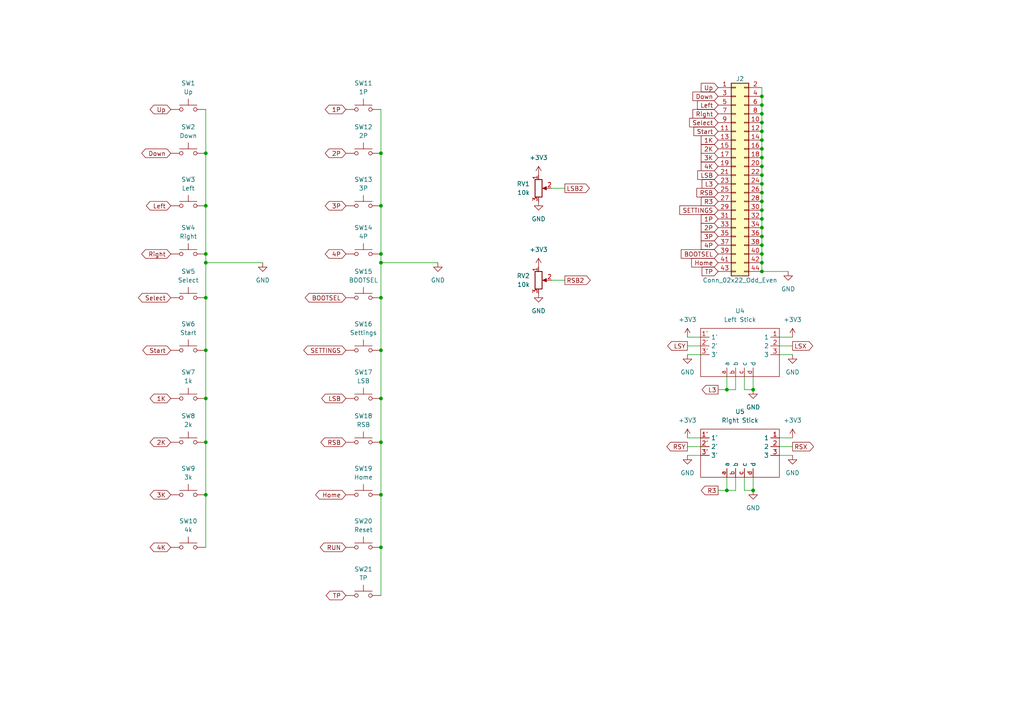
<source format=kicad_sch>
(kicad_sch (version 20211123) (generator eeschema)

  (uuid d54ab17f-2fc8-4e8c-b013-15d17088334b)

  (paper "A4")

  (lib_symbols
    (symbol "Connector_Generic:Conn_02x22_Odd_Even" (pin_names (offset 1.016) hide) (in_bom yes) (on_board yes)
      (property "Reference" "J" (id 0) (at 1.27 27.94 0)
        (effects (font (size 1.27 1.27)))
      )
      (property "Value" "Conn_02x22_Odd_Even" (id 1) (at 1.27 -30.48 0)
        (effects (font (size 1.27 1.27)))
      )
      (property "Footprint" "" (id 2) (at 0 0 0)
        (effects (font (size 1.27 1.27)) hide)
      )
      (property "Datasheet" "~" (id 3) (at 0 0 0)
        (effects (font (size 1.27 1.27)) hide)
      )
      (property "ki_keywords" "connector" (id 4) (at 0 0 0)
        (effects (font (size 1.27 1.27)) hide)
      )
      (property "ki_description" "Generic connector, double row, 02x22, odd/even pin numbering scheme (row 1 odd numbers, row 2 even numbers), script generated (kicad-library-utils/schlib/autogen/connector/)" (id 5) (at 0 0 0)
        (effects (font (size 1.27 1.27)) hide)
      )
      (property "ki_fp_filters" "Connector*:*_2x??_*" (id 6) (at 0 0 0)
        (effects (font (size 1.27 1.27)) hide)
      )
      (symbol "Conn_02x22_Odd_Even_1_1"
        (rectangle (start -1.27 -27.813) (end 0 -28.067)
          (stroke (width 0.1524) (type default) (color 0 0 0 0))
          (fill (type none))
        )
        (rectangle (start -1.27 -25.273) (end 0 -25.527)
          (stroke (width 0.1524) (type default) (color 0 0 0 0))
          (fill (type none))
        )
        (rectangle (start -1.27 -22.733) (end 0 -22.987)
          (stroke (width 0.1524) (type default) (color 0 0 0 0))
          (fill (type none))
        )
        (rectangle (start -1.27 -20.193) (end 0 -20.447)
          (stroke (width 0.1524) (type default) (color 0 0 0 0))
          (fill (type none))
        )
        (rectangle (start -1.27 -17.653) (end 0 -17.907)
          (stroke (width 0.1524) (type default) (color 0 0 0 0))
          (fill (type none))
        )
        (rectangle (start -1.27 -15.113) (end 0 -15.367)
          (stroke (width 0.1524) (type default) (color 0 0 0 0))
          (fill (type none))
        )
        (rectangle (start -1.27 -12.573) (end 0 -12.827)
          (stroke (width 0.1524) (type default) (color 0 0 0 0))
          (fill (type none))
        )
        (rectangle (start -1.27 -10.033) (end 0 -10.287)
          (stroke (width 0.1524) (type default) (color 0 0 0 0))
          (fill (type none))
        )
        (rectangle (start -1.27 -7.493) (end 0 -7.747)
          (stroke (width 0.1524) (type default) (color 0 0 0 0))
          (fill (type none))
        )
        (rectangle (start -1.27 -4.953) (end 0 -5.207)
          (stroke (width 0.1524) (type default) (color 0 0 0 0))
          (fill (type none))
        )
        (rectangle (start -1.27 -2.413) (end 0 -2.667)
          (stroke (width 0.1524) (type default) (color 0 0 0 0))
          (fill (type none))
        )
        (rectangle (start -1.27 0.127) (end 0 -0.127)
          (stroke (width 0.1524) (type default) (color 0 0 0 0))
          (fill (type none))
        )
        (rectangle (start -1.27 2.667) (end 0 2.413)
          (stroke (width 0.1524) (type default) (color 0 0 0 0))
          (fill (type none))
        )
        (rectangle (start -1.27 5.207) (end 0 4.953)
          (stroke (width 0.1524) (type default) (color 0 0 0 0))
          (fill (type none))
        )
        (rectangle (start -1.27 7.747) (end 0 7.493)
          (stroke (width 0.1524) (type default) (color 0 0 0 0))
          (fill (type none))
        )
        (rectangle (start -1.27 10.287) (end 0 10.033)
          (stroke (width 0.1524) (type default) (color 0 0 0 0))
          (fill (type none))
        )
        (rectangle (start -1.27 12.827) (end 0 12.573)
          (stroke (width 0.1524) (type default) (color 0 0 0 0))
          (fill (type none))
        )
        (rectangle (start -1.27 15.367) (end 0 15.113)
          (stroke (width 0.1524) (type default) (color 0 0 0 0))
          (fill (type none))
        )
        (rectangle (start -1.27 17.907) (end 0 17.653)
          (stroke (width 0.1524) (type default) (color 0 0 0 0))
          (fill (type none))
        )
        (rectangle (start -1.27 20.447) (end 0 20.193)
          (stroke (width 0.1524) (type default) (color 0 0 0 0))
          (fill (type none))
        )
        (rectangle (start -1.27 22.987) (end 0 22.733)
          (stroke (width 0.1524) (type default) (color 0 0 0 0))
          (fill (type none))
        )
        (rectangle (start -1.27 25.527) (end 0 25.273)
          (stroke (width 0.1524) (type default) (color 0 0 0 0))
          (fill (type none))
        )
        (rectangle (start -1.27 26.67) (end 3.81 -29.21)
          (stroke (width 0.254) (type default) (color 0 0 0 0))
          (fill (type background))
        )
        (rectangle (start 3.81 -27.813) (end 2.54 -28.067)
          (stroke (width 0.1524) (type default) (color 0 0 0 0))
          (fill (type none))
        )
        (rectangle (start 3.81 -25.273) (end 2.54 -25.527)
          (stroke (width 0.1524) (type default) (color 0 0 0 0))
          (fill (type none))
        )
        (rectangle (start 3.81 -22.733) (end 2.54 -22.987)
          (stroke (width 0.1524) (type default) (color 0 0 0 0))
          (fill (type none))
        )
        (rectangle (start 3.81 -20.193) (end 2.54 -20.447)
          (stroke (width 0.1524) (type default) (color 0 0 0 0))
          (fill (type none))
        )
        (rectangle (start 3.81 -17.653) (end 2.54 -17.907)
          (stroke (width 0.1524) (type default) (color 0 0 0 0))
          (fill (type none))
        )
        (rectangle (start 3.81 -15.113) (end 2.54 -15.367)
          (stroke (width 0.1524) (type default) (color 0 0 0 0))
          (fill (type none))
        )
        (rectangle (start 3.81 -12.573) (end 2.54 -12.827)
          (stroke (width 0.1524) (type default) (color 0 0 0 0))
          (fill (type none))
        )
        (rectangle (start 3.81 -10.033) (end 2.54 -10.287)
          (stroke (width 0.1524) (type default) (color 0 0 0 0))
          (fill (type none))
        )
        (rectangle (start 3.81 -7.493) (end 2.54 -7.747)
          (stroke (width 0.1524) (type default) (color 0 0 0 0))
          (fill (type none))
        )
        (rectangle (start 3.81 -4.953) (end 2.54 -5.207)
          (stroke (width 0.1524) (type default) (color 0 0 0 0))
          (fill (type none))
        )
        (rectangle (start 3.81 -2.413) (end 2.54 -2.667)
          (stroke (width 0.1524) (type default) (color 0 0 0 0))
          (fill (type none))
        )
        (rectangle (start 3.81 0.127) (end 2.54 -0.127)
          (stroke (width 0.1524) (type default) (color 0 0 0 0))
          (fill (type none))
        )
        (rectangle (start 3.81 2.667) (end 2.54 2.413)
          (stroke (width 0.1524) (type default) (color 0 0 0 0))
          (fill (type none))
        )
        (rectangle (start 3.81 5.207) (end 2.54 4.953)
          (stroke (width 0.1524) (type default) (color 0 0 0 0))
          (fill (type none))
        )
        (rectangle (start 3.81 7.747) (end 2.54 7.493)
          (stroke (width 0.1524) (type default) (color 0 0 0 0))
          (fill (type none))
        )
        (rectangle (start 3.81 10.287) (end 2.54 10.033)
          (stroke (width 0.1524) (type default) (color 0 0 0 0))
          (fill (type none))
        )
        (rectangle (start 3.81 12.827) (end 2.54 12.573)
          (stroke (width 0.1524) (type default) (color 0 0 0 0))
          (fill (type none))
        )
        (rectangle (start 3.81 15.367) (end 2.54 15.113)
          (stroke (width 0.1524) (type default) (color 0 0 0 0))
          (fill (type none))
        )
        (rectangle (start 3.81 17.907) (end 2.54 17.653)
          (stroke (width 0.1524) (type default) (color 0 0 0 0))
          (fill (type none))
        )
        (rectangle (start 3.81 20.447) (end 2.54 20.193)
          (stroke (width 0.1524) (type default) (color 0 0 0 0))
          (fill (type none))
        )
        (rectangle (start 3.81 22.987) (end 2.54 22.733)
          (stroke (width 0.1524) (type default) (color 0 0 0 0))
          (fill (type none))
        )
        (rectangle (start 3.81 25.527) (end 2.54 25.273)
          (stroke (width 0.1524) (type default) (color 0 0 0 0))
          (fill (type none))
        )
        (pin passive line (at -5.08 25.4 0) (length 3.81)
          (name "Pin_1" (effects (font (size 1.27 1.27))))
          (number "1" (effects (font (size 1.27 1.27))))
        )
        (pin passive line (at 7.62 15.24 180) (length 3.81)
          (name "Pin_10" (effects (font (size 1.27 1.27))))
          (number "10" (effects (font (size 1.27 1.27))))
        )
        (pin passive line (at -5.08 12.7 0) (length 3.81)
          (name "Pin_11" (effects (font (size 1.27 1.27))))
          (number "11" (effects (font (size 1.27 1.27))))
        )
        (pin passive line (at 7.62 12.7 180) (length 3.81)
          (name "Pin_12" (effects (font (size 1.27 1.27))))
          (number "12" (effects (font (size 1.27 1.27))))
        )
        (pin passive line (at -5.08 10.16 0) (length 3.81)
          (name "Pin_13" (effects (font (size 1.27 1.27))))
          (number "13" (effects (font (size 1.27 1.27))))
        )
        (pin passive line (at 7.62 10.16 180) (length 3.81)
          (name "Pin_14" (effects (font (size 1.27 1.27))))
          (number "14" (effects (font (size 1.27 1.27))))
        )
        (pin passive line (at -5.08 7.62 0) (length 3.81)
          (name "Pin_15" (effects (font (size 1.27 1.27))))
          (number "15" (effects (font (size 1.27 1.27))))
        )
        (pin passive line (at 7.62 7.62 180) (length 3.81)
          (name "Pin_16" (effects (font (size 1.27 1.27))))
          (number "16" (effects (font (size 1.27 1.27))))
        )
        (pin passive line (at -5.08 5.08 0) (length 3.81)
          (name "Pin_17" (effects (font (size 1.27 1.27))))
          (number "17" (effects (font (size 1.27 1.27))))
        )
        (pin passive line (at 7.62 5.08 180) (length 3.81)
          (name "Pin_18" (effects (font (size 1.27 1.27))))
          (number "18" (effects (font (size 1.27 1.27))))
        )
        (pin passive line (at -5.08 2.54 0) (length 3.81)
          (name "Pin_19" (effects (font (size 1.27 1.27))))
          (number "19" (effects (font (size 1.27 1.27))))
        )
        (pin passive line (at 7.62 25.4 180) (length 3.81)
          (name "Pin_2" (effects (font (size 1.27 1.27))))
          (number "2" (effects (font (size 1.27 1.27))))
        )
        (pin passive line (at 7.62 2.54 180) (length 3.81)
          (name "Pin_20" (effects (font (size 1.27 1.27))))
          (number "20" (effects (font (size 1.27 1.27))))
        )
        (pin passive line (at -5.08 0 0) (length 3.81)
          (name "Pin_21" (effects (font (size 1.27 1.27))))
          (number "21" (effects (font (size 1.27 1.27))))
        )
        (pin passive line (at 7.62 0 180) (length 3.81)
          (name "Pin_22" (effects (font (size 1.27 1.27))))
          (number "22" (effects (font (size 1.27 1.27))))
        )
        (pin passive line (at -5.08 -2.54 0) (length 3.81)
          (name "Pin_23" (effects (font (size 1.27 1.27))))
          (number "23" (effects (font (size 1.27 1.27))))
        )
        (pin passive line (at 7.62 -2.54 180) (length 3.81)
          (name "Pin_24" (effects (font (size 1.27 1.27))))
          (number "24" (effects (font (size 1.27 1.27))))
        )
        (pin passive line (at -5.08 -5.08 0) (length 3.81)
          (name "Pin_25" (effects (font (size 1.27 1.27))))
          (number "25" (effects (font (size 1.27 1.27))))
        )
        (pin passive line (at 7.62 -5.08 180) (length 3.81)
          (name "Pin_26" (effects (font (size 1.27 1.27))))
          (number "26" (effects (font (size 1.27 1.27))))
        )
        (pin passive line (at -5.08 -7.62 0) (length 3.81)
          (name "Pin_27" (effects (font (size 1.27 1.27))))
          (number "27" (effects (font (size 1.27 1.27))))
        )
        (pin passive line (at 7.62 -7.62 180) (length 3.81)
          (name "Pin_28" (effects (font (size 1.27 1.27))))
          (number "28" (effects (font (size 1.27 1.27))))
        )
        (pin passive line (at -5.08 -10.16 0) (length 3.81)
          (name "Pin_29" (effects (font (size 1.27 1.27))))
          (number "29" (effects (font (size 1.27 1.27))))
        )
        (pin passive line (at -5.08 22.86 0) (length 3.81)
          (name "Pin_3" (effects (font (size 1.27 1.27))))
          (number "3" (effects (font (size 1.27 1.27))))
        )
        (pin passive line (at 7.62 -10.16 180) (length 3.81)
          (name "Pin_30" (effects (font (size 1.27 1.27))))
          (number "30" (effects (font (size 1.27 1.27))))
        )
        (pin passive line (at -5.08 -12.7 0) (length 3.81)
          (name "Pin_31" (effects (font (size 1.27 1.27))))
          (number "31" (effects (font (size 1.27 1.27))))
        )
        (pin passive line (at 7.62 -12.7 180) (length 3.81)
          (name "Pin_32" (effects (font (size 1.27 1.27))))
          (number "32" (effects (font (size 1.27 1.27))))
        )
        (pin passive line (at -5.08 -15.24 0) (length 3.81)
          (name "Pin_33" (effects (font (size 1.27 1.27))))
          (number "33" (effects (font (size 1.27 1.27))))
        )
        (pin passive line (at 7.62 -15.24 180) (length 3.81)
          (name "Pin_34" (effects (font (size 1.27 1.27))))
          (number "34" (effects (font (size 1.27 1.27))))
        )
        (pin passive line (at -5.08 -17.78 0) (length 3.81)
          (name "Pin_35" (effects (font (size 1.27 1.27))))
          (number "35" (effects (font (size 1.27 1.27))))
        )
        (pin passive line (at 7.62 -17.78 180) (length 3.81)
          (name "Pin_36" (effects (font (size 1.27 1.27))))
          (number "36" (effects (font (size 1.27 1.27))))
        )
        (pin passive line (at -5.08 -20.32 0) (length 3.81)
          (name "Pin_37" (effects (font (size 1.27 1.27))))
          (number "37" (effects (font (size 1.27 1.27))))
        )
        (pin passive line (at 7.62 -20.32 180) (length 3.81)
          (name "Pin_38" (effects (font (size 1.27 1.27))))
          (number "38" (effects (font (size 1.27 1.27))))
        )
        (pin passive line (at -5.08 -22.86 0) (length 3.81)
          (name "Pin_39" (effects (font (size 1.27 1.27))))
          (number "39" (effects (font (size 1.27 1.27))))
        )
        (pin passive line (at 7.62 22.86 180) (length 3.81)
          (name "Pin_4" (effects (font (size 1.27 1.27))))
          (number "4" (effects (font (size 1.27 1.27))))
        )
        (pin passive line (at 7.62 -22.86 180) (length 3.81)
          (name "Pin_40" (effects (font (size 1.27 1.27))))
          (number "40" (effects (font (size 1.27 1.27))))
        )
        (pin passive line (at -5.08 -25.4 0) (length 3.81)
          (name "Pin_41" (effects (font (size 1.27 1.27))))
          (number "41" (effects (font (size 1.27 1.27))))
        )
        (pin passive line (at 7.62 -25.4 180) (length 3.81)
          (name "Pin_42" (effects (font (size 1.27 1.27))))
          (number "42" (effects (font (size 1.27 1.27))))
        )
        (pin passive line (at -5.08 -27.94 0) (length 3.81)
          (name "Pin_43" (effects (font (size 1.27 1.27))))
          (number "43" (effects (font (size 1.27 1.27))))
        )
        (pin passive line (at 7.62 -27.94 180) (length 3.81)
          (name "Pin_44" (effects (font (size 1.27 1.27))))
          (number "44" (effects (font (size 1.27 1.27))))
        )
        (pin passive line (at -5.08 20.32 0) (length 3.81)
          (name "Pin_5" (effects (font (size 1.27 1.27))))
          (number "5" (effects (font (size 1.27 1.27))))
        )
        (pin passive line (at 7.62 20.32 180) (length 3.81)
          (name "Pin_6" (effects (font (size 1.27 1.27))))
          (number "6" (effects (font (size 1.27 1.27))))
        )
        (pin passive line (at -5.08 17.78 0) (length 3.81)
          (name "Pin_7" (effects (font (size 1.27 1.27))))
          (number "7" (effects (font (size 1.27 1.27))))
        )
        (pin passive line (at 7.62 17.78 180) (length 3.81)
          (name "Pin_8" (effects (font (size 1.27 1.27))))
          (number "8" (effects (font (size 1.27 1.27))))
        )
        (pin passive line (at -5.08 15.24 0) (length 3.81)
          (name "Pin_9" (effects (font (size 1.27 1.27))))
          (number "9" (effects (font (size 1.27 1.27))))
        )
      )
    )
    (symbol "Device:R_Potentiometer" (pin_names (offset 1.016) hide) (in_bom yes) (on_board yes)
      (property "Reference" "RV" (id 0) (at -4.445 0 90)
        (effects (font (size 1.27 1.27)))
      )
      (property "Value" "R_Potentiometer" (id 1) (at -2.54 0 90)
        (effects (font (size 1.27 1.27)))
      )
      (property "Footprint" "" (id 2) (at 0 0 0)
        (effects (font (size 1.27 1.27)) hide)
      )
      (property "Datasheet" "~" (id 3) (at 0 0 0)
        (effects (font (size 1.27 1.27)) hide)
      )
      (property "ki_keywords" "resistor variable" (id 4) (at 0 0 0)
        (effects (font (size 1.27 1.27)) hide)
      )
      (property "ki_description" "Potentiometer" (id 5) (at 0 0 0)
        (effects (font (size 1.27 1.27)) hide)
      )
      (property "ki_fp_filters" "Potentiometer*" (id 6) (at 0 0 0)
        (effects (font (size 1.27 1.27)) hide)
      )
      (symbol "R_Potentiometer_0_1"
        (polyline
          (pts
            (xy 2.54 0)
            (xy 1.524 0)
          )
          (stroke (width 0) (type default) (color 0 0 0 0))
          (fill (type none))
        )
        (polyline
          (pts
            (xy 1.143 0)
            (xy 2.286 0.508)
            (xy 2.286 -0.508)
            (xy 1.143 0)
          )
          (stroke (width 0) (type default) (color 0 0 0 0))
          (fill (type outline))
        )
        (rectangle (start 1.016 2.54) (end -1.016 -2.54)
          (stroke (width 0.254) (type default) (color 0 0 0 0))
          (fill (type none))
        )
      )
      (symbol "R_Potentiometer_1_1"
        (pin passive line (at 0 3.81 270) (length 1.27)
          (name "1" (effects (font (size 1.27 1.27))))
          (number "1" (effects (font (size 1.27 1.27))))
        )
        (pin passive line (at 3.81 0 180) (length 1.27)
          (name "2" (effects (font (size 1.27 1.27))))
          (number "2" (effects (font (size 1.27 1.27))))
        )
        (pin passive line (at 0 -3.81 90) (length 1.27)
          (name "3" (effects (font (size 1.27 1.27))))
          (number "3" (effects (font (size 1.27 1.27))))
        )
      )
    )
    (symbol "Switch:SW_Push" (pin_numbers hide) (pin_names (offset 1.016) hide) (in_bom yes) (on_board yes)
      (property "Reference" "SW" (id 0) (at 1.27 2.54 0)
        (effects (font (size 1.27 1.27)) (justify left))
      )
      (property "Value" "SW_Push" (id 1) (at 0 -1.524 0)
        (effects (font (size 1.27 1.27)))
      )
      (property "Footprint" "" (id 2) (at 0 5.08 0)
        (effects (font (size 1.27 1.27)) hide)
      )
      (property "Datasheet" "~" (id 3) (at 0 5.08 0)
        (effects (font (size 1.27 1.27)) hide)
      )
      (property "ki_keywords" "switch normally-open pushbutton push-button" (id 4) (at 0 0 0)
        (effects (font (size 1.27 1.27)) hide)
      )
      (property "ki_description" "Push button switch, generic, two pins" (id 5) (at 0 0 0)
        (effects (font (size 1.27 1.27)) hide)
      )
      (symbol "SW_Push_0_1"
        (circle (center -2.032 0) (radius 0.508)
          (stroke (width 0) (type default) (color 0 0 0 0))
          (fill (type none))
        )
        (polyline
          (pts
            (xy 0 1.27)
            (xy 0 3.048)
          )
          (stroke (width 0) (type default) (color 0 0 0 0))
          (fill (type none))
        )
        (polyline
          (pts
            (xy 2.54 1.27)
            (xy -2.54 1.27)
          )
          (stroke (width 0) (type default) (color 0 0 0 0))
          (fill (type none))
        )
        (circle (center 2.032 0) (radius 0.508)
          (stroke (width 0) (type default) (color 0 0 0 0))
          (fill (type none))
        )
        (pin passive line (at -5.08 0 0) (length 2.54)
          (name "1" (effects (font (size 1.27 1.27))))
          (number "1" (effects (font (size 1.27 1.27))))
        )
        (pin passive line (at 5.08 0 180) (length 2.54)
          (name "2" (effects (font (size 1.27 1.27))))
          (number "2" (effects (font (size 1.27 1.27))))
        )
      )
    )
    (symbol "THB001P:THB001P" (in_bom yes) (on_board yes)
      (property "Reference" "U" (id 0) (at -6.35 10.16 0)
        (effects (font (size 1.27 1.27)))
      )
      (property "Value" "THB001P" (id 1) (at -6.35 7.62 0)
        (effects (font (size 1.27 1.27)))
      )
      (property "Footprint" "" (id 2) (at -6.35 7.62 0)
        (effects (font (size 1.27 1.27)) hide)
      )
      (property "Datasheet" "" (id 3) (at -6.35 7.62 0)
        (effects (font (size 1.27 1.27)) hide)
      )
      (symbol "THB001P_0_1"
        (rectangle (start -11.43 6.35) (end 11.43 -7.62)
          (stroke (width 0) (type default) (color 0 0 0 0))
          (fill (type none))
        )
      )
      (symbol "THB001P_1_1"
        (pin passive line (at 11.43 3.81 180) (length 2.54)
          (name "1" (effects (font (size 1.27 1.27))))
          (number "1" (effects (font (size 1.27 1.27))))
        )
        (pin passive line (at -11.43 3.81 0) (length 2.54)
          (name "1'" (effects (font (size 1.27 1.27))))
          (number "1'" (effects (font (size 1.27 1.27))))
        )
        (pin passive line (at 11.43 1.27 180) (length 2.54)
          (name "2" (effects (font (size 1.27 1.27))))
          (number "2" (effects (font (size 1.27 1.27))))
        )
        (pin passive line (at -11.43 1.27 0) (length 2.54)
          (name "2'" (effects (font (size 1.27 1.27))))
          (number "2'" (effects (font (size 1.27 1.27))))
        )
        (pin passive line (at 11.43 -1.27 180) (length 2.54)
          (name "3" (effects (font (size 1.27 1.27))))
          (number "3" (effects (font (size 1.27 1.27))))
        )
        (pin passive line (at -11.43 -1.27 0) (length 2.54)
          (name "3'" (effects (font (size 1.27 1.27))))
          (number "3'" (effects (font (size 1.27 1.27))))
        )
        (pin passive line (at -3.81 -7.62 90) (length 2.54)
          (name "a" (effects (font (size 1.27 1.27))))
          (number "a" (effects (font (size 1.27 1.27))))
        )
        (pin passive line (at -1.27 -7.62 90) (length 2.54)
          (name "b" (effects (font (size 1.27 1.27))))
          (number "b" (effects (font (size 1.27 1.27))))
        )
        (pin passive line (at 1.27 -7.62 90) (length 2.54)
          (name "c" (effects (font (size 1.27 1.27))))
          (number "c" (effects (font (size 1.27 1.27))))
        )
        (pin passive line (at 3.81 -7.62 90) (length 2.54)
          (name "d" (effects (font (size 1.27 1.27))))
          (number "d" (effects (font (size 1.27 1.27))))
        )
      )
    )
    (symbol "power:+3.3V" (power) (pin_names (offset 0)) (in_bom yes) (on_board yes)
      (property "Reference" "#PWR" (id 0) (at 0 -3.81 0)
        (effects (font (size 1.27 1.27)) hide)
      )
      (property "Value" "+3.3V" (id 1) (at 0 3.556 0)
        (effects (font (size 1.27 1.27)))
      )
      (property "Footprint" "" (id 2) (at 0 0 0)
        (effects (font (size 1.27 1.27)) hide)
      )
      (property "Datasheet" "" (id 3) (at 0 0 0)
        (effects (font (size 1.27 1.27)) hide)
      )
      (property "ki_keywords" "power-flag" (id 4) (at 0 0 0)
        (effects (font (size 1.27 1.27)) hide)
      )
      (property "ki_description" "Power symbol creates a global label with name \"+3.3V\"" (id 5) (at 0 0 0)
        (effects (font (size 1.27 1.27)) hide)
      )
      (symbol "+3.3V_0_1"
        (polyline
          (pts
            (xy -0.762 1.27)
            (xy 0 2.54)
          )
          (stroke (width 0) (type default) (color 0 0 0 0))
          (fill (type none))
        )
        (polyline
          (pts
            (xy 0 0)
            (xy 0 2.54)
          )
          (stroke (width 0) (type default) (color 0 0 0 0))
          (fill (type none))
        )
        (polyline
          (pts
            (xy 0 2.54)
            (xy 0.762 1.27)
          )
          (stroke (width 0) (type default) (color 0 0 0 0))
          (fill (type none))
        )
      )
      (symbol "+3.3V_1_1"
        (pin power_in line (at 0 0 90) (length 0) hide
          (name "+3V3" (effects (font (size 1.27 1.27))))
          (number "1" (effects (font (size 1.27 1.27))))
        )
      )
    )
    (symbol "power:GND" (power) (pin_names (offset 0)) (in_bom yes) (on_board yes)
      (property "Reference" "#PWR" (id 0) (at 0 -6.35 0)
        (effects (font (size 1.27 1.27)) hide)
      )
      (property "Value" "GND" (id 1) (at 0 -3.81 0)
        (effects (font (size 1.27 1.27)))
      )
      (property "Footprint" "" (id 2) (at 0 0 0)
        (effects (font (size 1.27 1.27)) hide)
      )
      (property "Datasheet" "" (id 3) (at 0 0 0)
        (effects (font (size 1.27 1.27)) hide)
      )
      (property "ki_keywords" "power-flag" (id 4) (at 0 0 0)
        (effects (font (size 1.27 1.27)) hide)
      )
      (property "ki_description" "Power symbol creates a global label with name \"GND\" , ground" (id 5) (at 0 0 0)
        (effects (font (size 1.27 1.27)) hide)
      )
      (symbol "GND_0_1"
        (polyline
          (pts
            (xy 0 0)
            (xy 0 -1.27)
            (xy 1.27 -1.27)
            (xy 0 -2.54)
            (xy -1.27 -1.27)
            (xy 0 -1.27)
          )
          (stroke (width 0) (type default) (color 0 0 0 0))
          (fill (type none))
        )
      )
      (symbol "GND_1_1"
        (pin power_in line (at 0 0 270) (length 0) hide
          (name "GND" (effects (font (size 1.27 1.27))))
          (number "1" (effects (font (size 1.27 1.27))))
        )
      )
    )
  )

  (junction (at 220.98 43.18) (diameter 0) (color 0 0 0 0)
    (uuid 06532701-d03d-4e6b-b304-c726f5db01dc)
  )
  (junction (at 210.82 113.03) (diameter 0) (color 0 0 0 0)
    (uuid 12825b45-81e0-460b-afeb-35cdeba244df)
  )
  (junction (at 59.69 76.2) (diameter 0) (color 0 0 0 0)
    (uuid 145c290e-e971-4ef5-877c-07e402be79bf)
  )
  (junction (at 59.69 73.66) (diameter 0) (color 0 0 0 0)
    (uuid 14db726f-19eb-435c-8b11-d1ac1c4e8977)
  )
  (junction (at 220.98 33.02) (diameter 0) (color 0 0 0 0)
    (uuid 1f017198-f02b-46b5-9c15-9258421036df)
  )
  (junction (at 210.82 142.24) (diameter 0) (color 0 0 0 0)
    (uuid 2098ec8d-0634-453f-8dff-de4ec10a061e)
  )
  (junction (at 59.69 143.51) (diameter 0) (color 0 0 0 0)
    (uuid 25295a63-f477-45d9-bd0f-67f222274257)
  )
  (junction (at 110.49 143.51) (diameter 0) (color 0 0 0 0)
    (uuid 3b053658-87c7-433f-9f96-6eb5996d0a3c)
  )
  (junction (at 110.49 101.6) (diameter 0) (color 0 0 0 0)
    (uuid 4eb159f2-0b72-4a68-9203-08ed59ec5618)
  )
  (junction (at 220.98 55.88) (diameter 0) (color 0 0 0 0)
    (uuid 5663d7d9-a5b5-4e80-9dd9-4c7dcc0bcdc4)
  )
  (junction (at 220.98 76.2) (diameter 0) (color 0 0 0 0)
    (uuid 5a3aa0f1-6080-4038-9d26-09202d1a05e9)
  )
  (junction (at 220.98 60.96) (diameter 0) (color 0 0 0 0)
    (uuid 60755630-3bf7-4e7c-99e7-0aba40f68a90)
  )
  (junction (at 220.98 68.58) (diameter 0) (color 0 0 0 0)
    (uuid 639855fa-dc4a-4862-80d0-5824f3320962)
  )
  (junction (at 59.69 115.57) (diameter 0) (color 0 0 0 0)
    (uuid 63b7fb2c-fc90-4936-a208-b42b135825f7)
  )
  (junction (at 220.98 73.66) (diameter 0) (color 0 0 0 0)
    (uuid 660dc199-ea7a-46dc-83cc-7719692ad45d)
  )
  (junction (at 110.49 73.66) (diameter 0) (color 0 0 0 0)
    (uuid 6adedc5e-1671-4181-971b-93e3511a087a)
  )
  (junction (at 110.49 115.57) (diameter 0) (color 0 0 0 0)
    (uuid 6be267ef-0718-485e-b1ba-1ee8bed637b9)
  )
  (junction (at 110.49 128.27) (diameter 0) (color 0 0 0 0)
    (uuid 6f1eeed0-4045-473c-bc3e-7374583ce8f7)
  )
  (junction (at 59.69 101.6) (diameter 0) (color 0 0 0 0)
    (uuid 6f9965eb-483a-440c-a487-b845843d267a)
  )
  (junction (at 220.98 78.74) (diameter 0) (color 0 0 0 0)
    (uuid 6fa99fda-9328-4245-9f8e-6a189311c858)
  )
  (junction (at 220.98 53.34) (diameter 0) (color 0 0 0 0)
    (uuid 70988a01-0143-48e0-832a-be549748fa78)
  )
  (junction (at 59.69 86.36) (diameter 0) (color 0 0 0 0)
    (uuid 72de58d7-e8c3-4d19-8fa7-f7f348b50255)
  )
  (junction (at 220.98 38.1) (diameter 0) (color 0 0 0 0)
    (uuid 741c9fef-e758-493c-ae1d-6a2a0e4bc093)
  )
  (junction (at 220.98 35.56) (diameter 0) (color 0 0 0 0)
    (uuid 7788a895-b050-4e81-b175-be853a9088c5)
  )
  (junction (at 220.98 50.8) (diameter 0) (color 0 0 0 0)
    (uuid 89c28a17-9241-48f5-8d0d-4b4458d4a86a)
  )
  (junction (at 220.98 27.94) (diameter 0) (color 0 0 0 0)
    (uuid 9641d95c-704d-497c-a1eb-6395fc10e37a)
  )
  (junction (at 220.98 66.04) (diameter 0) (color 0 0 0 0)
    (uuid 9764fcfe-f208-4ad0-a402-a5b8a33e0f67)
  )
  (junction (at 59.69 44.45) (diameter 0) (color 0 0 0 0)
    (uuid a8a3b2a3-1461-4bb6-a6a4-437c5e5a298e)
  )
  (junction (at 59.69 59.69) (diameter 0) (color 0 0 0 0)
    (uuid ac6e944f-3ce7-464c-8d92-8ef53aa31d3c)
  )
  (junction (at 218.44 113.03) (diameter 0) (color 0 0 0 0)
    (uuid ae3fdf0b-a629-498a-8822-fa055bf01c19)
  )
  (junction (at 220.98 58.42) (diameter 0) (color 0 0 0 0)
    (uuid ba30f113-c539-47ab-9442-adb92908b98e)
  )
  (junction (at 110.49 59.69) (diameter 0) (color 0 0 0 0)
    (uuid bbf6aa1b-3eb6-4fea-bf2c-ebe9bd36f856)
  )
  (junction (at 218.44 142.24) (diameter 0) (color 0 0 0 0)
    (uuid cc1027b9-d61f-4869-99ef-ab4f1d609f81)
  )
  (junction (at 220.98 63.5) (diameter 0) (color 0 0 0 0)
    (uuid cf857dbb-47c0-456c-a985-14be2fbea759)
  )
  (junction (at 220.98 30.48) (diameter 0) (color 0 0 0 0)
    (uuid d71e4255-6802-446f-af58-d4901581d6b7)
  )
  (junction (at 59.69 128.27) (diameter 0) (color 0 0 0 0)
    (uuid e0d6f84b-371b-431f-ad16-aa8507762a5e)
  )
  (junction (at 220.98 71.12) (diameter 0) (color 0 0 0 0)
    (uuid e6b7be98-14fd-4ec9-a9cc-86e968fb33a3)
  )
  (junction (at 110.49 76.2) (diameter 0) (color 0 0 0 0)
    (uuid e9b527f2-e001-4ece-87f2-10bc6834fcb0)
  )
  (junction (at 220.98 45.72) (diameter 0) (color 0 0 0 0)
    (uuid ee7d6599-feb8-4f76-9ed0-1b344211ac64)
  )
  (junction (at 110.49 158.75) (diameter 0) (color 0 0 0 0)
    (uuid ef69e601-9294-4445-8d5c-6d7276b93ce0)
  )
  (junction (at 110.49 44.45) (diameter 0) (color 0 0 0 0)
    (uuid efa290b7-8d65-402e-a2a4-c83bd6b34163)
  )
  (junction (at 220.98 48.26) (diameter 0) (color 0 0 0 0)
    (uuid f8a852eb-1fe7-46ed-9db1-fa013ead35c1)
  )
  (junction (at 110.49 86.36) (diameter 0) (color 0 0 0 0)
    (uuid fa35a7e8-926a-4f5c-a05f-98b15fcdd2c1)
  )
  (junction (at 220.98 40.64) (diameter 0) (color 0 0 0 0)
    (uuid fc3e16c6-791a-4b17-9d5f-8b7e2ffe29d8)
  )

  (wire (pts (xy 218.44 142.24) (xy 218.44 138.43))
    (stroke (width 0) (type default) (color 0 0 0 0))
    (uuid 02aa0c67-31a7-4776-a241-1cfc9fccf791)
  )
  (wire (pts (xy 215.9 138.43) (xy 215.9 142.24))
    (stroke (width 0) (type default) (color 0 0 0 0))
    (uuid 0b0f349a-f48b-465d-976d-4f5200a60d5b)
  )
  (wire (pts (xy 213.36 142.24) (xy 210.82 142.24))
    (stroke (width 0) (type default) (color 0 0 0 0))
    (uuid 0bf74ed7-0f00-4526-bb09-18b0c571ed4c)
  )
  (wire (pts (xy 163.83 54.61) (xy 160.02 54.61))
    (stroke (width 0) (type default) (color 0 0 0 0))
    (uuid 0ca3d013-ab9e-4503-bf8c-4aa6c505cf9f)
  )
  (wire (pts (xy 199.39 100.33) (xy 203.2 100.33))
    (stroke (width 0) (type default) (color 0 0 0 0))
    (uuid 0f90685f-c90a-4d1e-aca1-f7a3c137476d)
  )
  (wire (pts (xy 110.49 158.75) (xy 110.49 172.72))
    (stroke (width 0) (type default) (color 0 0 0 0))
    (uuid 17ba910f-b682-4805-b6ee-a47b51ccb4e7)
  )
  (wire (pts (xy 210.82 113.03) (xy 213.36 113.03))
    (stroke (width 0) (type default) (color 0 0 0 0))
    (uuid 1843ae72-6e69-414b-b6f1-2fd158dc8a40)
  )
  (wire (pts (xy 163.83 81.28) (xy 160.02 81.28))
    (stroke (width 0) (type default) (color 0 0 0 0))
    (uuid 1be242d9-e522-4714-a880-16750aa7c6ee)
  )
  (wire (pts (xy 199.39 129.54) (xy 203.2 129.54))
    (stroke (width 0) (type default) (color 0 0 0 0))
    (uuid 20ec0a80-d235-4589-902d-ff26553d47a1)
  )
  (wire (pts (xy 220.98 78.74) (xy 220.98 76.2))
    (stroke (width 0) (type default) (color 0 0 0 0))
    (uuid 21179334-c89b-4e11-80f8-a9855b7cf565)
  )
  (wire (pts (xy 59.69 101.6) (xy 59.69 115.57))
    (stroke (width 0) (type default) (color 0 0 0 0))
    (uuid 2d52da0e-555b-45c8-80c0-0520f5ea46ee)
  )
  (wire (pts (xy 220.98 27.94) (xy 220.98 30.48))
    (stroke (width 0) (type default) (color 0 0 0 0))
    (uuid 2fdcc95d-c737-4401-8af6-03641cc02bd2)
  )
  (wire (pts (xy 220.98 53.34) (xy 220.98 55.88))
    (stroke (width 0) (type default) (color 0 0 0 0))
    (uuid 2fea5671-57a0-41e5-af14-eb4c7291596e)
  )
  (wire (pts (xy 220.98 71.12) (xy 220.98 73.66))
    (stroke (width 0) (type default) (color 0 0 0 0))
    (uuid 30f8eaab-e5dc-4310-aa21-9f12d05e12f7)
  )
  (wire (pts (xy 220.98 63.5) (xy 220.98 66.04))
    (stroke (width 0) (type default) (color 0 0 0 0))
    (uuid 3282c679-e058-4b1e-8f76-c5db23fc0c22)
  )
  (wire (pts (xy 229.87 127) (xy 226.06 127))
    (stroke (width 0) (type default) (color 0 0 0 0))
    (uuid 34d26a8f-ae45-4046-b463-1d1f08684ab7)
  )
  (wire (pts (xy 220.98 58.42) (xy 220.98 60.96))
    (stroke (width 0) (type default) (color 0 0 0 0))
    (uuid 40e01948-7c22-44f0-8267-138f653b3bad)
  )
  (wire (pts (xy 229.87 102.87) (xy 226.06 102.87))
    (stroke (width 0) (type default) (color 0 0 0 0))
    (uuid 44640f3f-0df6-4408-9353-4432adc760d9)
  )
  (wire (pts (xy 220.98 38.1) (xy 220.98 40.64))
    (stroke (width 0) (type default) (color 0 0 0 0))
    (uuid 4832b263-63d9-4bff-992c-2c316f86d8c9)
  )
  (wire (pts (xy 229.87 97.79) (xy 226.06 97.79))
    (stroke (width 0) (type default) (color 0 0 0 0))
    (uuid 4eb4ead3-d938-46c4-aeda-bbb84f6d3c27)
  )
  (wire (pts (xy 220.98 73.66) (xy 220.98 76.2))
    (stroke (width 0) (type default) (color 0 0 0 0))
    (uuid 4f2475ed-4f09-412a-a3f6-4fa3a85da512)
  )
  (wire (pts (xy 110.49 44.45) (xy 110.49 59.69))
    (stroke (width 0) (type default) (color 0 0 0 0))
    (uuid 5061ee0b-55e8-40ee-ba56-2c2651d09570)
  )
  (wire (pts (xy 59.69 73.66) (xy 59.69 76.2))
    (stroke (width 0) (type default) (color 0 0 0 0))
    (uuid 511d5c8f-d3de-4ef1-845c-78a3b65fbfdb)
  )
  (wire (pts (xy 59.69 76.2) (xy 59.69 86.36))
    (stroke (width 0) (type default) (color 0 0 0 0))
    (uuid 557e31fe-9f18-4db6-9888-614c983dab47)
  )
  (wire (pts (xy 210.82 109.22) (xy 210.82 113.03))
    (stroke (width 0) (type default) (color 0 0 0 0))
    (uuid 5affff1e-4a5e-4803-85e3-e7b50da885dd)
  )
  (wire (pts (xy 220.98 55.88) (xy 220.98 58.42))
    (stroke (width 0) (type default) (color 0 0 0 0))
    (uuid 5eb59335-70a1-48f6-8fcf-29788a082c88)
  )
  (wire (pts (xy 110.49 59.69) (xy 110.49 73.66))
    (stroke (width 0) (type default) (color 0 0 0 0))
    (uuid 5ebad302-adec-4e91-9d18-3fe9ec24f145)
  )
  (wire (pts (xy 110.49 76.2) (xy 127 76.2))
    (stroke (width 0) (type default) (color 0 0 0 0))
    (uuid 5fada0ad-41e3-4625-bc9e-4fffab4c0c45)
  )
  (wire (pts (xy 110.49 101.6) (xy 110.49 115.57))
    (stroke (width 0) (type default) (color 0 0 0 0))
    (uuid 6039d3c5-5132-4f8b-9736-1e8bb2603e89)
  )
  (wire (pts (xy 59.69 86.36) (xy 59.69 101.6))
    (stroke (width 0) (type default) (color 0 0 0 0))
    (uuid 68cb1309-6ea5-4b21-b76f-2d7e17c59f70)
  )
  (wire (pts (xy 220.98 30.48) (xy 220.98 33.02))
    (stroke (width 0) (type default) (color 0 0 0 0))
    (uuid 6bd04f26-124a-4025-a75e-b1eb295a2b4e)
  )
  (wire (pts (xy 199.39 102.87) (xy 203.2 102.87))
    (stroke (width 0) (type default) (color 0 0 0 0))
    (uuid 6cd49d33-d4c9-48bf-93cf-77ff53746d59)
  )
  (wire (pts (xy 199.39 132.08) (xy 203.2 132.08))
    (stroke (width 0) (type default) (color 0 0 0 0))
    (uuid 6d36c912-3a42-4e3d-9c0a-a6d4091d26b3)
  )
  (wire (pts (xy 110.49 128.27) (xy 110.49 143.51))
    (stroke (width 0) (type default) (color 0 0 0 0))
    (uuid 6e20b573-7d6e-444c-b7e6-075474b93cea)
  )
  (wire (pts (xy 110.49 115.57) (xy 110.49 128.27))
    (stroke (width 0) (type default) (color 0 0 0 0))
    (uuid 70ad4867-6f2a-4504-9479-bd84a75b308a)
  )
  (wire (pts (xy 215.9 109.22) (xy 215.9 113.03))
    (stroke (width 0) (type default) (color 0 0 0 0))
    (uuid 75b26bb9-814a-49c6-99a7-74ad5998febe)
  )
  (wire (pts (xy 59.69 44.45) (xy 59.69 59.69))
    (stroke (width 0) (type default) (color 0 0 0 0))
    (uuid 765e82ad-3dbd-4f80-9075-871ab8fbcb08)
  )
  (wire (pts (xy 220.98 35.56) (xy 220.98 38.1))
    (stroke (width 0) (type default) (color 0 0 0 0))
    (uuid 77e75d97-5696-482d-981f-c6c8dfb3d05a)
  )
  (wire (pts (xy 215.9 142.24) (xy 218.44 142.24))
    (stroke (width 0) (type default) (color 0 0 0 0))
    (uuid 795529bd-1957-4530-877e-fb0bbc6ed520)
  )
  (wire (pts (xy 213.36 109.22) (xy 213.36 113.03))
    (stroke (width 0) (type default) (color 0 0 0 0))
    (uuid 79b28f09-4581-4e95-9ef8-40f952ea06e1)
  )
  (wire (pts (xy 110.49 31.75) (xy 110.49 44.45))
    (stroke (width 0) (type default) (color 0 0 0 0))
    (uuid 7c451fec-0522-4afa-87f6-16766b00ec43)
  )
  (wire (pts (xy 220.98 66.04) (xy 220.98 68.58))
    (stroke (width 0) (type default) (color 0 0 0 0))
    (uuid 8ae32310-64fc-4cac-8317-622b1b40da71)
  )
  (wire (pts (xy 59.69 128.27) (xy 59.69 143.51))
    (stroke (width 0) (type default) (color 0 0 0 0))
    (uuid 8b1a941f-2376-40e5-8e76-f7532c6eb0b9)
  )
  (wire (pts (xy 199.39 97.79) (xy 203.2 97.79))
    (stroke (width 0) (type default) (color 0 0 0 0))
    (uuid 95f19a52-cc13-48ac-a611-41e4fe0473a4)
  )
  (wire (pts (xy 228.6 78.74) (xy 220.98 78.74))
    (stroke (width 0) (type default) (color 0 0 0 0))
    (uuid 96bc2ad6-3f64-4177-a23b-c3ed138e1221)
  )
  (wire (pts (xy 220.98 45.72) (xy 220.98 48.26))
    (stroke (width 0) (type default) (color 0 0 0 0))
    (uuid 9b9ff36a-0c99-49ff-896c-ccb15c097a18)
  )
  (wire (pts (xy 59.69 31.75) (xy 59.69 44.45))
    (stroke (width 0) (type default) (color 0 0 0 0))
    (uuid 9ebb92ca-9f80-4f66-a071-7bd509a2e269)
  )
  (wire (pts (xy 110.49 86.36) (xy 110.49 101.6))
    (stroke (width 0) (type default) (color 0 0 0 0))
    (uuid 9efb0268-4758-4d25-9564-f76f7034cd33)
  )
  (wire (pts (xy 199.39 127) (xy 203.2 127))
    (stroke (width 0) (type default) (color 0 0 0 0))
    (uuid 9fc17529-41dc-4c9b-91b5-8eeb7d6e96ee)
  )
  (wire (pts (xy 229.87 100.33) (xy 226.06 100.33))
    (stroke (width 0) (type default) (color 0 0 0 0))
    (uuid a2a84a68-fa75-409b-b4fe-df6d102665a7)
  )
  (wire (pts (xy 210.82 142.24) (xy 210.82 138.43))
    (stroke (width 0) (type default) (color 0 0 0 0))
    (uuid a6b4b0a7-8d3c-49bc-acf8-8eef20abb273)
  )
  (wire (pts (xy 59.69 143.51) (xy 59.69 158.75))
    (stroke (width 0) (type default) (color 0 0 0 0))
    (uuid b4a863c9-82be-4fa5-88e7-4f5e0a2ed001)
  )
  (wire (pts (xy 110.49 76.2) (xy 110.49 86.36))
    (stroke (width 0) (type default) (color 0 0 0 0))
    (uuid b4b563a3-fd34-433e-9030-7bf436840062)
  )
  (wire (pts (xy 215.9 113.03) (xy 218.44 113.03))
    (stroke (width 0) (type default) (color 0 0 0 0))
    (uuid b865c9e9-008a-4154-a2b0-d22313d8f202)
  )
  (wire (pts (xy 220.98 40.64) (xy 220.98 43.18))
    (stroke (width 0) (type default) (color 0 0 0 0))
    (uuid b972bc01-433e-4165-9bd2-da181bce3390)
  )
  (wire (pts (xy 213.36 138.43) (xy 213.36 142.24))
    (stroke (width 0) (type default) (color 0 0 0 0))
    (uuid bc98af78-99f3-4252-8802-2e569fee9837)
  )
  (wire (pts (xy 110.49 73.66) (xy 110.49 76.2))
    (stroke (width 0) (type default) (color 0 0 0 0))
    (uuid bcc65e0f-97d4-4815-8316-170045d2a760)
  )
  (wire (pts (xy 59.69 115.57) (xy 59.69 128.27))
    (stroke (width 0) (type default) (color 0 0 0 0))
    (uuid be5c2432-3567-4af9-9933-c9dfdc2f9903)
  )
  (wire (pts (xy 220.98 60.96) (xy 220.98 63.5))
    (stroke (width 0) (type default) (color 0 0 0 0))
    (uuid c36ae637-151b-41f8-9395-d21a6b2eb49f)
  )
  (wire (pts (xy 220.98 68.58) (xy 220.98 71.12))
    (stroke (width 0) (type default) (color 0 0 0 0))
    (uuid c429e01d-b4bc-4e13-a799-cae8c6d0d42c)
  )
  (wire (pts (xy 229.87 132.08) (xy 226.06 132.08))
    (stroke (width 0) (type default) (color 0 0 0 0))
    (uuid c826f3e6-d123-4bb0-bba8-0dfc526b6214)
  )
  (wire (pts (xy 110.49 143.51) (xy 110.49 158.75))
    (stroke (width 0) (type default) (color 0 0 0 0))
    (uuid c996006c-2ab4-4493-a918-e4766ffb1834)
  )
  (wire (pts (xy 59.69 59.69) (xy 59.69 73.66))
    (stroke (width 0) (type default) (color 0 0 0 0))
    (uuid ccdfc9c9-4753-4db2-ba63-894889a43805)
  )
  (wire (pts (xy 59.69 76.2) (xy 76.2 76.2))
    (stroke (width 0) (type default) (color 0 0 0 0))
    (uuid db7cabfd-07bb-4b52-a780-7abe7764120e)
  )
  (wire (pts (xy 229.87 129.54) (xy 226.06 129.54))
    (stroke (width 0) (type default) (color 0 0 0 0))
    (uuid dc275a01-05e3-488f-bad8-cf0f3615cc4e)
  )
  (wire (pts (xy 208.28 142.24) (xy 210.82 142.24))
    (stroke (width 0) (type default) (color 0 0 0 0))
    (uuid e4ccbbc0-3107-4693-8a5e-96491abe66c5)
  )
  (wire (pts (xy 220.98 33.02) (xy 220.98 35.56))
    (stroke (width 0) (type default) (color 0 0 0 0))
    (uuid e7374992-5a09-4908-b2ba-7d2a1b09af84)
  )
  (wire (pts (xy 208.28 113.03) (xy 210.82 113.03))
    (stroke (width 0) (type default) (color 0 0 0 0))
    (uuid ec926937-8d91-40cf-a816-ba8c2e02f6b1)
  )
  (wire (pts (xy 220.98 25.4) (xy 220.98 27.94))
    (stroke (width 0) (type default) (color 0 0 0 0))
    (uuid f07ceef0-1989-45f3-8951-451f0c4adc5b)
  )
  (wire (pts (xy 220.98 48.26) (xy 220.98 50.8))
    (stroke (width 0) (type default) (color 0 0 0 0))
    (uuid f13b3ddb-b587-49a1-85b6-46b69bf46561)
  )
  (wire (pts (xy 220.98 50.8) (xy 220.98 53.34))
    (stroke (width 0) (type default) (color 0 0 0 0))
    (uuid f8c09e72-52e2-46d1-8082-0cb896aee772)
  )
  (wire (pts (xy 218.44 109.22) (xy 218.44 113.03))
    (stroke (width 0) (type default) (color 0 0 0 0))
    (uuid f9da1658-7ab2-4440-9ccd-15f118df8f75)
  )
  (wire (pts (xy 220.98 43.18) (xy 220.98 45.72))
    (stroke (width 0) (type default) (color 0 0 0 0))
    (uuid fe10ac35-04a9-4771-92db-3b3c0629d48c)
  )

  (global_label "TP" (shape bidirectional) (at 100.33 172.72 180) (fields_autoplaced)
    (effects (font (size 1.27 1.27)) (justify right))
    (uuid 03bc2654-a31b-47b4-bc7e-92d1c7869785)
    (property "Intersheet References" "${INTERSHEET_REFS}" (id 0) (at 95.6793 172.6406 0)
      (effects (font (size 1.27 1.27)) (justify right) hide)
    )
  )
  (global_label "R3" (shape output) (at 208.28 142.24 180) (fields_autoplaced)
    (effects (font (size 1.27 1.27)) (justify right))
    (uuid 08dc3d0a-6109-4cc5-8baa-bb53b2c4d73e)
    (property "Intersheet References" "${INTERSHEET_REFS}" (id 0) (at 203.3874 142.1606 0)
      (effects (font (size 1.27 1.27)) (justify right) hide)
    )
  )
  (global_label "RUN" (shape bidirectional) (at 100.33 158.75 180) (fields_autoplaced)
    (effects (font (size 1.27 1.27)) (justify right))
    (uuid 0ed10c2b-e747-4b9b-99f5-ca8a4f998ac6)
    (property "Intersheet References" "${INTERSHEET_REFS}" (id 0) (at 93.9859 158.6706 0)
      (effects (font (size 1.27 1.27)) (justify right) hide)
    )
  )
  (global_label "Up" (shape bidirectional) (at 49.53 31.75 180) (fields_autoplaced)
    (effects (font (size 1.27 1.27)) (justify right))
    (uuid 12da45db-8c01-4953-8880-13ba1c4dba06)
    (property "Intersheet References" "${INTERSHEET_REFS}" (id 0) (at 44.6374 31.6706 0)
      (effects (font (size 1.27 1.27)) (justify right) hide)
    )
  )
  (global_label "TP" (shape input) (at 208.28 78.74 180) (fields_autoplaced)
    (effects (font (size 1.27 1.27)) (justify right))
    (uuid 14cdb450-c17a-4e2a-8462-b5367bdad90c)
    (property "Intersheet References" "${INTERSHEET_REFS}" (id 0) (at 203.6293 78.6606 0)
      (effects (font (size 1.27 1.27)) (justify right) hide)
    )
  )
  (global_label "LSB" (shape bidirectional) (at 100.33 115.57 180) (fields_autoplaced)
    (effects (font (size 1.27 1.27)) (justify right))
    (uuid 1792e5d5-f248-44b3-be46-ac018f6e7873)
    (property "Intersheet References" "${INTERSHEET_REFS}" (id 0) (at 94.4093 115.4906 0)
      (effects (font (size 1.27 1.27)) (justify right) hide)
    )
  )
  (global_label "Home" (shape bidirectional) (at 100.33 143.51 180) (fields_autoplaced)
    (effects (font (size 1.27 1.27)) (justify right))
    (uuid 1e40da3f-4fed-4249-9d4d-b814c565be97)
    (property "Intersheet References" "${INTERSHEET_REFS}" (id 0) (at 92.6555 143.4306 0)
      (effects (font (size 1.27 1.27)) (justify right) hide)
    )
  )
  (global_label "2P" (shape bidirectional) (at 100.33 44.45 180) (fields_autoplaced)
    (effects (font (size 1.27 1.27)) (justify right))
    (uuid 1f832d32-d7f2-426b-96cd-5c4eaa4e8ea1)
    (property "Intersheet References" "${INTERSHEET_REFS}" (id 0) (at 95.4374 44.3706 0)
      (effects (font (size 1.27 1.27)) (justify right) hide)
    )
  )
  (global_label "RSB" (shape bidirectional) (at 100.33 128.27 180) (fields_autoplaced)
    (effects (font (size 1.27 1.27)) (justify right))
    (uuid 22402d71-8516-41dc-a9ee-d2426656e361)
    (property "Intersheet References" "${INTERSHEET_REFS}" (id 0) (at 94.1674 128.1906 0)
      (effects (font (size 1.27 1.27)) (justify right) hide)
    )
  )
  (global_label "Left" (shape bidirectional) (at 49.53 59.69 180) (fields_autoplaced)
    (effects (font (size 1.27 1.27)) (justify right))
    (uuid 28285987-d17b-4730-acc0-60c91605eeec)
    (property "Intersheet References" "${INTERSHEET_REFS}" (id 0) (at 43.5488 59.6106 0)
      (effects (font (size 1.27 1.27)) (justify right) hide)
    )
  )
  (global_label "4P" (shape input) (at 208.28 71.12 180) (fields_autoplaced)
    (effects (font (size 1.27 1.27)) (justify right))
    (uuid 321430cd-9f03-4e54-b344-9cfd83a436ab)
    (property "Intersheet References" "${INTERSHEET_REFS}" (id 0) (at 203.3874 71.0406 0)
      (effects (font (size 1.27 1.27)) (justify right) hide)
    )
  )
  (global_label "3P" (shape input) (at 208.28 68.58 180) (fields_autoplaced)
    (effects (font (size 1.27 1.27)) (justify right))
    (uuid 349a6be5-8d0e-4712-b447-c486fdc01f65)
    (property "Intersheet References" "${INTERSHEET_REFS}" (id 0) (at 203.3874 68.5006 0)
      (effects (font (size 1.27 1.27)) (justify right) hide)
    )
  )
  (global_label "1K" (shape input) (at 208.28 40.64 180) (fields_autoplaced)
    (effects (font (size 1.27 1.27)) (justify right))
    (uuid 35e46e53-3327-4e44-acf0-c2f90eca6b52)
    (property "Intersheet References" "${INTERSHEET_REFS}" (id 0) (at 203.3874 40.5606 0)
      (effects (font (size 1.27 1.27)) (justify right) hide)
    )
  )
  (global_label "L3" (shape input) (at 208.28 53.34 180) (fields_autoplaced)
    (effects (font (size 1.27 1.27)) (justify right))
    (uuid 39a60c89-aace-4dec-90ff-9a0869e87f59)
    (property "Intersheet References" "${INTERSHEET_REFS}" (id 0) (at 203.6293 53.2606 0)
      (effects (font (size 1.27 1.27)) (justify right) hide)
    )
  )
  (global_label "Home" (shape input) (at 208.28 76.2 180) (fields_autoplaced)
    (effects (font (size 1.27 1.27)) (justify right))
    (uuid 40b887a8-a862-42bf-9815-c699b55764af)
    (property "Intersheet References" "${INTERSHEET_REFS}" (id 0) (at 200.6055 76.1206 0)
      (effects (font (size 1.27 1.27)) (justify right) hide)
    )
  )
  (global_label "Select" (shape bidirectional) (at 49.53 86.36 180) (fields_autoplaced)
    (effects (font (size 1.27 1.27)) (justify right))
    (uuid 4937b53a-5fc0-483b-928b-249960ae5990)
    (property "Intersheet References" "${INTERSHEET_REFS}" (id 0) (at 41.2507 86.2806 0)
      (effects (font (size 1.27 1.27)) (justify right) hide)
    )
  )
  (global_label "1K" (shape bidirectional) (at 49.53 115.57 180) (fields_autoplaced)
    (effects (font (size 1.27 1.27)) (justify right))
    (uuid 496b527e-a0f3-47be-a9db-dd5334b91580)
    (property "Intersheet References" "${INTERSHEET_REFS}" (id 0) (at 44.6374 115.4906 0)
      (effects (font (size 1.27 1.27)) (justify right) hide)
    )
  )
  (global_label "LSX" (shape output) (at 229.87 100.33 0) (fields_autoplaced)
    (effects (font (size 1.27 1.27)) (justify left))
    (uuid 51c220fd-eb7e-4b04-808c-b54a43700858)
    (property "Intersheet References" "${INTERSHEET_REFS}" (id 0) (at 235.7302 100.2506 0)
      (effects (font (size 1.27 1.27)) (justify left) hide)
    )
  )
  (global_label "1P" (shape bidirectional) (at 100.33 31.75 180) (fields_autoplaced)
    (effects (font (size 1.27 1.27)) (justify right))
    (uuid 532b58fd-7afc-467d-97ad-16e2f80d5672)
    (property "Intersheet References" "${INTERSHEET_REFS}" (id 0) (at 95.4374 31.6706 0)
      (effects (font (size 1.27 1.27)) (justify right) hide)
    )
  )
  (global_label "BOOTSEL" (shape input) (at 208.28 73.66 180) (fields_autoplaced)
    (effects (font (size 1.27 1.27)) (justify right))
    (uuid 5d00d081-ceea-4611-a4f1-75e315101991)
    (property "Intersheet References" "${INTERSHEET_REFS}" (id 0) (at 197.5817 73.5806 0)
      (effects (font (size 1.27 1.27)) (justify right) hide)
    )
  )
  (global_label "2K" (shape input) (at 208.28 43.18 180) (fields_autoplaced)
    (effects (font (size 1.27 1.27)) (justify right))
    (uuid 65acfcc5-cf98-44d4-a518-6e6d25c4b63f)
    (property "Intersheet References" "${INTERSHEET_REFS}" (id 0) (at 203.3874 43.1006 0)
      (effects (font (size 1.27 1.27)) (justify right) hide)
    )
  )
  (global_label "4K" (shape input) (at 208.28 48.26 180) (fields_autoplaced)
    (effects (font (size 1.27 1.27)) (justify right))
    (uuid 6865f90c-379f-4cd0-8857-fd30f20f795c)
    (property "Intersheet References" "${INTERSHEET_REFS}" (id 0) (at 203.3874 48.1806 0)
      (effects (font (size 1.27 1.27)) (justify right) hide)
    )
  )
  (global_label "1P" (shape input) (at 208.28 63.5 180) (fields_autoplaced)
    (effects (font (size 1.27 1.27)) (justify right))
    (uuid 7bf36d9b-fb07-4093-947c-1ebb8af92314)
    (property "Intersheet References" "${INTERSHEET_REFS}" (id 0) (at 203.3874 63.4206 0)
      (effects (font (size 1.27 1.27)) (justify right) hide)
    )
  )
  (global_label "LSB2" (shape output) (at 163.83 54.61 0) (fields_autoplaced)
    (effects (font (size 1.27 1.27)) (justify left))
    (uuid 7d32d152-fe3a-45dc-a960-87c64d77c203)
    (property "Intersheet References" "${INTERSHEET_REFS}" (id 0) (at 170.9602 54.5306 0)
      (effects (font (size 1.27 1.27)) (justify left) hide)
    )
  )
  (global_label "4K" (shape bidirectional) (at 49.53 158.75 180) (fields_autoplaced)
    (effects (font (size 1.27 1.27)) (justify right))
    (uuid 92961efb-5b92-4d87-b867-7cb9e0d7cc0f)
    (property "Intersheet References" "${INTERSHEET_REFS}" (id 0) (at 44.6374 158.6706 0)
      (effects (font (size 1.27 1.27)) (justify right) hide)
    )
  )
  (global_label "Start" (shape bidirectional) (at 49.53 101.6 180) (fields_autoplaced)
    (effects (font (size 1.27 1.27)) (justify right))
    (uuid 930cc9c6-6e4c-43bd-bcce-28dcba7254fb)
    (property "Intersheet References" "${INTERSHEET_REFS}" (id 0) (at 42.5207 101.5206 0)
      (effects (font (size 1.27 1.27)) (justify right) hide)
    )
  )
  (global_label "RSB2" (shape output) (at 163.83 81.28 0) (fields_autoplaced)
    (effects (font (size 1.27 1.27)) (justify left))
    (uuid 99196e16-c3ba-4a36-b8af-f687979affa1)
    (property "Intersheet References" "${INTERSHEET_REFS}" (id 0) (at 171.2021 81.2006 0)
      (effects (font (size 1.27 1.27)) (justify left) hide)
    )
  )
  (global_label "3P" (shape bidirectional) (at 100.33 59.69 180) (fields_autoplaced)
    (effects (font (size 1.27 1.27)) (justify right))
    (uuid 9fdbcea0-3790-443b-94d7-62b7a67786d2)
    (property "Intersheet References" "${INTERSHEET_REFS}" (id 0) (at 95.4374 59.6106 0)
      (effects (font (size 1.27 1.27)) (justify right) hide)
    )
  )
  (global_label "Right" (shape input) (at 208.28 33.02 180) (fields_autoplaced)
    (effects (font (size 1.27 1.27)) (justify right))
    (uuid a07d2731-bcf3-4dc4-b5ce-05b23fd76f00)
    (property "Intersheet References" "${INTERSHEET_REFS}" (id 0) (at 200.9683 32.9406 0)
      (effects (font (size 1.27 1.27)) (justify right) hide)
    )
  )
  (global_label "Right" (shape bidirectional) (at 49.53 73.66 180) (fields_autoplaced)
    (effects (font (size 1.27 1.27)) (justify right))
    (uuid a7063cb3-c962-489c-abdf-7884362053dc)
    (property "Intersheet References" "${INTERSHEET_REFS}" (id 0) (at 42.2183 73.5806 0)
      (effects (font (size 1.27 1.27)) (justify right) hide)
    )
  )
  (global_label "2K" (shape bidirectional) (at 49.53 128.27 180) (fields_autoplaced)
    (effects (font (size 1.27 1.27)) (justify right))
    (uuid a88c67b2-4c19-44d3-8751-161798786420)
    (property "Intersheet References" "${INTERSHEET_REFS}" (id 0) (at 44.6374 128.1906 0)
      (effects (font (size 1.27 1.27)) (justify right) hide)
    )
  )
  (global_label "Left" (shape input) (at 208.28 30.48 180) (fields_autoplaced)
    (effects (font (size 1.27 1.27)) (justify right))
    (uuid a8a74422-a577-4267-b521-7a54b7950ee2)
    (property "Intersheet References" "${INTERSHEET_REFS}" (id 0) (at 202.2988 30.4006 0)
      (effects (font (size 1.27 1.27)) (justify right) hide)
    )
  )
  (global_label "3K" (shape input) (at 208.28 45.72 180) (fields_autoplaced)
    (effects (font (size 1.27 1.27)) (justify right))
    (uuid ab54c1bd-035e-41b7-9bd4-c5a7b1216c43)
    (property "Intersheet References" "${INTERSHEET_REFS}" (id 0) (at 203.3874 45.6406 0)
      (effects (font (size 1.27 1.27)) (justify right) hide)
    )
  )
  (global_label "Down" (shape input) (at 208.28 27.94 180) (fields_autoplaced)
    (effects (font (size 1.27 1.27)) (justify right))
    (uuid b1f13cc4-21c4-4178-8adf-18e44c7924ad)
    (property "Intersheet References" "${INTERSHEET_REFS}" (id 0) (at 200.9683 27.8606 0)
      (effects (font (size 1.27 1.27)) (justify right) hide)
    )
  )
  (global_label "L3" (shape output) (at 208.28 113.03 180) (fields_autoplaced)
    (effects (font (size 1.27 1.27)) (justify right))
    (uuid b23de2b7-ac24-44f7-adb4-1b567d2b46e9)
    (property "Intersheet References" "${INTERSHEET_REFS}" (id 0) (at 203.6293 112.9506 0)
      (effects (font (size 1.27 1.27)) (justify right) hide)
    )
  )
  (global_label "3K" (shape bidirectional) (at 49.53 143.51 180) (fields_autoplaced)
    (effects (font (size 1.27 1.27)) (justify right))
    (uuid c22c3983-0eac-4fe4-8d0d-a97ce18b43ac)
    (property "Intersheet References" "${INTERSHEET_REFS}" (id 0) (at 44.6374 143.4306 0)
      (effects (font (size 1.27 1.27)) (justify right) hide)
    )
  )
  (global_label "LSB" (shape input) (at 208.28 50.8 180) (fields_autoplaced)
    (effects (font (size 1.27 1.27)) (justify right))
    (uuid c35a4fbd-2003-4e15-88cf-2a1baa59b19e)
    (property "Intersheet References" "${INTERSHEET_REFS}" (id 0) (at 202.3593 50.7206 0)
      (effects (font (size 1.27 1.27)) (justify right) hide)
    )
  )
  (global_label "RSX" (shape output) (at 229.87 129.54 0) (fields_autoplaced)
    (effects (font (size 1.27 1.27)) (justify left))
    (uuid cc835fbf-26ec-4af5-a1fa-f78fca77a4f2)
    (property "Intersheet References" "${INTERSHEET_REFS}" (id 0) (at 235.9721 129.4606 0)
      (effects (font (size 1.27 1.27)) (justify left) hide)
    )
  )
  (global_label "2P" (shape input) (at 208.28 66.04 180) (fields_autoplaced)
    (effects (font (size 1.27 1.27)) (justify right))
    (uuid d504cb12-9031-44e7-9d5a-0b3b3fefdc85)
    (property "Intersheet References" "${INTERSHEET_REFS}" (id 0) (at 203.3874 65.9606 0)
      (effects (font (size 1.27 1.27)) (justify right) hide)
    )
  )
  (global_label "BOOTSEL" (shape bidirectional) (at 100.33 86.36 180) (fields_autoplaced)
    (effects (font (size 1.27 1.27)) (justify right))
    (uuid d8f54592-70dc-4cc5-a20f-c54666ae1a15)
    (property "Intersheet References" "${INTERSHEET_REFS}" (id 0) (at 89.6317 86.2806 0)
      (effects (font (size 1.27 1.27)) (justify right) hide)
    )
  )
  (global_label "Down" (shape bidirectional) (at 49.53 44.45 180) (fields_autoplaced)
    (effects (font (size 1.27 1.27)) (justify right))
    (uuid dcf39984-2bbd-48df-a426-294d6a5a7315)
    (property "Intersheet References" "${INTERSHEET_REFS}" (id 0) (at 42.2183 44.3706 0)
      (effects (font (size 1.27 1.27)) (justify right) hide)
    )
  )
  (global_label "LSY" (shape output) (at 199.39 100.33 180) (fields_autoplaced)
    (effects (font (size 1.27 1.27)) (justify right))
    (uuid dcfe63af-af44-4b61-9e6e-4fc08b496411)
    (property "Intersheet References" "${INTERSHEET_REFS}" (id 0) (at 193.6507 100.2506 0)
      (effects (font (size 1.27 1.27)) (justify right) hide)
    )
  )
  (global_label "RSY" (shape output) (at 199.39 129.54 180) (fields_autoplaced)
    (effects (font (size 1.27 1.27)) (justify right))
    (uuid e600b35d-1fca-402e-bacf-2afb8680cc6b)
    (property "Intersheet References" "${INTERSHEET_REFS}" (id 0) (at 193.4088 129.4606 0)
      (effects (font (size 1.27 1.27)) (justify right) hide)
    )
  )
  (global_label "Start" (shape input) (at 208.28 38.1 180) (fields_autoplaced)
    (effects (font (size 1.27 1.27)) (justify right))
    (uuid e95e12de-f99f-48ce-9966-bc0efb40f8ff)
    (property "Intersheet References" "${INTERSHEET_REFS}" (id 0) (at 201.2707 38.0206 0)
      (effects (font (size 1.27 1.27)) (justify right) hide)
    )
  )
  (global_label "RSB" (shape input) (at 208.28 55.88 180) (fields_autoplaced)
    (effects (font (size 1.27 1.27)) (justify right))
    (uuid edbec243-fb3b-4c86-b75e-01bec36781aa)
    (property "Intersheet References" "${INTERSHEET_REFS}" (id 0) (at 202.1174 55.8006 0)
      (effects (font (size 1.27 1.27)) (justify right) hide)
    )
  )
  (global_label "SETTINGS" (shape input) (at 208.28 60.96 180) (fields_autoplaced)
    (effects (font (size 1.27 1.27)) (justify right))
    (uuid f040c2fc-c0f6-4bbd-b9c6-fa719ccae6fe)
    (property "Intersheet References" "${INTERSHEET_REFS}" (id 0) (at 197.1583 60.8806 0)
      (effects (font (size 1.27 1.27)) (justify right) hide)
    )
  )
  (global_label "SETTINGS" (shape bidirectional) (at 100.33 101.6 180) (fields_autoplaced)
    (effects (font (size 1.27 1.27)) (justify right))
    (uuid f0b9f647-2339-4e7b-9356-ed4f09d4385c)
    (property "Intersheet References" "${INTERSHEET_REFS}" (id 0) (at 89.2083 101.5206 0)
      (effects (font (size 1.27 1.27)) (justify right) hide)
    )
  )
  (global_label "4P" (shape bidirectional) (at 100.33 73.66 180) (fields_autoplaced)
    (effects (font (size 1.27 1.27)) (justify right))
    (uuid f488e9bf-5ef6-4dee-85d1-5226a40f243e)
    (property "Intersheet References" "${INTERSHEET_REFS}" (id 0) (at 95.4374 73.5806 0)
      (effects (font (size 1.27 1.27)) (justify right) hide)
    )
  )
  (global_label "Select" (shape input) (at 208.28 35.56 180) (fields_autoplaced)
    (effects (font (size 1.27 1.27)) (justify right))
    (uuid f52e7e82-534a-4603-b46d-985064635922)
    (property "Intersheet References" "${INTERSHEET_REFS}" (id 0) (at 200.0007 35.4806 0)
      (effects (font (size 1.27 1.27)) (justify right) hide)
    )
  )
  (global_label "Up" (shape input) (at 208.28 25.4 180) (fields_autoplaced)
    (effects (font (size 1.27 1.27)) (justify right))
    (uuid faf1964a-4ed0-4f48-beb8-6265f651b4b2)
    (property "Intersheet References" "${INTERSHEET_REFS}" (id 0) (at 203.3874 25.3206 0)
      (effects (font (size 1.27 1.27)) (justify right) hide)
    )
  )
  (global_label "R3" (shape input) (at 208.28 58.42 180) (fields_autoplaced)
    (effects (font (size 1.27 1.27)) (justify right))
    (uuid fdeef1f2-9f4a-4a6f-b862-7a96f981a84a)
    (property "Intersheet References" "${INTERSHEET_REFS}" (id 0) (at 203.3874 58.3406 0)
      (effects (font (size 1.27 1.27)) (justify right) hide)
    )
  )

  (symbol (lib_id "power:GND") (at 199.39 102.87 0) (unit 1)
    (in_bom yes) (on_board yes) (fields_autoplaced)
    (uuid 02901181-c0ee-484f-b0d2-570818287a1e)
    (property "Reference" "#PWR052" (id 0) (at 199.39 109.22 0)
      (effects (font (size 1.27 1.27)) hide)
    )
    (property "Value" "GND" (id 1) (at 199.39 107.95 0))
    (property "Footprint" "" (id 2) (at 199.39 102.87 0)
      (effects (font (size 1.27 1.27)) hide)
    )
    (property "Datasheet" "" (id 3) (at 199.39 102.87 0)
      (effects (font (size 1.27 1.27)) hide)
    )
    (pin "1" (uuid 9abdc5ae-15d0-49b6-a968-37544988f1eb))
  )

  (symbol (lib_id "Switch:SW_Push") (at 54.61 59.69 0) (unit 1)
    (in_bom yes) (on_board yes) (fields_autoplaced)
    (uuid 0eee3433-e9f7-43cb-b1ae-2be2e9ac6e27)
    (property "Reference" "SW3" (id 0) (at 54.61 52.07 0))
    (property "Value" "Left" (id 1) (at 54.61 54.61 0))
    (property "Footprint" "Button_Switch_SMD:SW_Push_1P1T_NO_6x6mm_H9.5mm" (id 2) (at 54.61 54.61 0)
      (effects (font (size 1.27 1.27)) hide)
    )
    (property "Datasheet" "~" (id 3) (at 54.61 54.61 0)
      (effects (font (size 1.27 1.27)) hide)
    )
    (pin "1" (uuid 1102c93f-d8da-4c8a-9146-1fce2250bca0))
    (pin "2" (uuid a4a27331-f15e-4fb7-8c95-8ab45c05e8e8))
  )

  (symbol (lib_id "Switch:SW_Push") (at 54.61 128.27 0) (unit 1)
    (in_bom yes) (on_board yes) (fields_autoplaced)
    (uuid 24010708-1b23-44d3-b3e1-f95e25bf40d0)
    (property "Reference" "SW8" (id 0) (at 54.61 120.65 0))
    (property "Value" "2k" (id 1) (at 54.61 123.19 0))
    (property "Footprint" "Button_Switch_SMD:SW_Push_1P1T_NO_6x6mm_H9.5mm" (id 2) (at 54.61 123.19 0)
      (effects (font (size 1.27 1.27)) hide)
    )
    (property "Datasheet" "~" (id 3) (at 54.61 123.19 0)
      (effects (font (size 1.27 1.27)) hide)
    )
    (pin "1" (uuid ac2e4a36-f3d7-4092-89ee-a04e5454adfe))
    (pin "2" (uuid 90f1878a-c30c-482c-aeea-574abe070050))
  )

  (symbol (lib_id "Switch:SW_Push") (at 54.61 101.6 0) (unit 1)
    (in_bom yes) (on_board yes) (fields_autoplaced)
    (uuid 31207c80-8b56-4087-bf0b-710dca7763df)
    (property "Reference" "SW6" (id 0) (at 54.61 93.98 0))
    (property "Value" "Start" (id 1) (at 54.61 96.52 0))
    (property "Footprint" "Button_Switch_SMD:SW_Push_1P1T_NO_6x6mm_H9.5mm" (id 2) (at 54.61 96.52 0)
      (effects (font (size 1.27 1.27)) hide)
    )
    (property "Datasheet" "~" (id 3) (at 54.61 96.52 0)
      (effects (font (size 1.27 1.27)) hide)
    )
    (pin "1" (uuid 1bdcaa66-d43f-4bd5-b4cc-862685dd38cf))
    (pin "2" (uuid b1602992-b012-4d7b-b4db-b6b157866459))
  )

  (symbol (lib_id "power:+3.3V") (at 156.21 77.47 0) (unit 1)
    (in_bom yes) (on_board yes) (fields_autoplaced)
    (uuid 3766a61b-20ec-45a7-82d5-9041bb1d6227)
    (property "Reference" "#PWR049" (id 0) (at 156.21 81.28 0)
      (effects (font (size 1.27 1.27)) hide)
    )
    (property "Value" "+3.3V" (id 1) (at 156.21 72.39 0))
    (property "Footprint" "" (id 2) (at 156.21 77.47 0)
      (effects (font (size 1.27 1.27)) hide)
    )
    (property "Datasheet" "" (id 3) (at 156.21 77.47 0)
      (effects (font (size 1.27 1.27)) hide)
    )
    (pin "1" (uuid 718f5446-4421-4475-870f-47fca3da8ac1))
  )

  (symbol (lib_id "Switch:SW_Push") (at 105.41 59.69 0) (unit 1)
    (in_bom yes) (on_board yes) (fields_autoplaced)
    (uuid 3adb4e56-0c30-446e-add9-a441ac4b57cd)
    (property "Reference" "SW13" (id 0) (at 105.41 52.07 0))
    (property "Value" "3P" (id 1) (at 105.41 54.61 0))
    (property "Footprint" "Button_Switch_SMD:SW_Push_1P1T_NO_6x6mm_H9.5mm" (id 2) (at 105.41 54.61 0)
      (effects (font (size 1.27 1.27)) hide)
    )
    (property "Datasheet" "~" (id 3) (at 105.41 54.61 0)
      (effects (font (size 1.27 1.27)) hide)
    )
    (pin "1" (uuid d0eb265e-2ac1-4a76-9c19-6b0d6c138fe6))
    (pin "2" (uuid 2b815d7c-9e5c-47b5-a8fc-7e06b47e856f))
  )

  (symbol (lib_id "Switch:SW_Push") (at 105.41 143.51 0) (unit 1)
    (in_bom yes) (on_board yes) (fields_autoplaced)
    (uuid 42d88e3f-b8f5-411a-b92e-32fb05f43e5f)
    (property "Reference" "SW19" (id 0) (at 105.41 135.89 0))
    (property "Value" "Home" (id 1) (at 105.41 138.43 0))
    (property "Footprint" "Button_Switch_SMD:SW_Push_1P1T_NO_6x6mm_H9.5mm" (id 2) (at 105.41 138.43 0)
      (effects (font (size 1.27 1.27)) hide)
    )
    (property "Datasheet" "~" (id 3) (at 105.41 138.43 0)
      (effects (font (size 1.27 1.27)) hide)
    )
    (pin "1" (uuid 1016f910-5e2a-4240-95b2-293fbdcfffff))
    (pin "2" (uuid c838dcad-0868-4a66-b767-b0e2e3a84f25))
  )

  (symbol (lib_id "power:GND") (at 76.2 76.2 0) (unit 1)
    (in_bom yes) (on_board yes) (fields_autoplaced)
    (uuid 49f1f508-92dd-44b5-8cc3-e0cac56a3164)
    (property "Reference" "#PWR045" (id 0) (at 76.2 82.55 0)
      (effects (font (size 1.27 1.27)) hide)
    )
    (property "Value" "GND" (id 1) (at 76.2 81.28 0))
    (property "Footprint" "" (id 2) (at 76.2 76.2 0)
      (effects (font (size 1.27 1.27)) hide)
    )
    (property "Datasheet" "" (id 3) (at 76.2 76.2 0)
      (effects (font (size 1.27 1.27)) hide)
    )
    (pin "1" (uuid f9181dbc-cb90-4450-8676-9e6ffcc559d1))
  )

  (symbol (lib_id "THB001P:THB001P") (at 214.63 101.6 0) (unit 1)
    (in_bom yes) (on_board yes) (fields_autoplaced)
    (uuid 4c7aaf0e-db06-4ab1-b5b0-b1e76ecfd781)
    (property "Reference" "U4" (id 0) (at 214.63 90.17 0))
    (property "Value" "Left Stick" (id 1) (at 214.63 92.71 0))
    (property "Footprint" "THB001P:THB001P" (id 2) (at 208.28 93.98 0)
      (effects (font (size 1.27 1.27)) hide)
    )
    (property "Datasheet" "" (id 3) (at 208.28 93.98 0)
      (effects (font (size 1.27 1.27)) hide)
    )
    (pin "1" (uuid 0957cd9e-892f-4753-b96a-8e05eca86df8))
    (pin "1'" (uuid 574dc588-7541-47c2-80b4-eb957600db42))
    (pin "2" (uuid 7f109fe3-3409-4835-bc18-196ff42a5db5))
    (pin "2'" (uuid 302ed08f-c7d1-4871-b2c4-7302b329527c))
    (pin "3" (uuid 0b76beee-bf55-4b99-8d10-27e9d6b15f79))
    (pin "3'" (uuid 121d013d-92e6-4243-9bf6-d780566f1e10))
    (pin "a" (uuid 0eb0861a-96ed-4a45-85ba-717a7fe06901))
    (pin "b" (uuid 181c806e-9909-4cad-b009-98efe4646a05))
    (pin "c" (uuid f8874111-b048-41f7-a48b-845abdd31672))
    (pin "d" (uuid f29e77be-309d-49fa-adeb-9634dc1524cc))
  )

  (symbol (lib_id "power:GND") (at 218.44 142.24 0) (unit 1)
    (in_bom yes) (on_board yes) (fields_autoplaced)
    (uuid 55a5e85e-3e2e-4e6b-91ec-b13c615bfbcd)
    (property "Reference" "#PWR056" (id 0) (at 218.44 148.59 0)
      (effects (font (size 1.27 1.27)) hide)
    )
    (property "Value" "GND" (id 1) (at 218.44 147.32 0))
    (property "Footprint" "" (id 2) (at 218.44 142.24 0)
      (effects (font (size 1.27 1.27)) hide)
    )
    (property "Datasheet" "" (id 3) (at 218.44 142.24 0)
      (effects (font (size 1.27 1.27)) hide)
    )
    (pin "1" (uuid 74580a2b-ff4c-4455-abb4-7f9a303202b0))
  )

  (symbol (lib_id "THB001P:THB001P") (at 214.63 130.81 0) (unit 1)
    (in_bom yes) (on_board yes) (fields_autoplaced)
    (uuid 5a0dcba6-137c-4b2c-8415-5cfbc0c34ca2)
    (property "Reference" "U5" (id 0) (at 214.63 119.38 0))
    (property "Value" "Right Stick" (id 1) (at 214.63 121.92 0))
    (property "Footprint" "THB001P:THB001P" (id 2) (at 208.28 123.19 0)
      (effects (font (size 1.27 1.27)) hide)
    )
    (property "Datasheet" "" (id 3) (at 208.28 123.19 0)
      (effects (font (size 1.27 1.27)) hide)
    )
    (pin "1" (uuid b65e9355-47d5-4971-a028-92414f0f4469))
    (pin "1'" (uuid 487c10dd-2485-40ca-9eef-ac87a1873665))
    (pin "2" (uuid 76995233-04ab-4ed1-babb-54be04d716a6))
    (pin "2'" (uuid 0cec5bd1-f81f-4cae-9298-818d9df7c1a7))
    (pin "3" (uuid 8a90059b-12d0-409e-9e63-33dc87c11e3e))
    (pin "3'" (uuid c218cab7-0370-40fd-b40d-2f82d33236fd))
    (pin "a" (uuid 61919fb6-2c05-4871-b81e-bf525381284b))
    (pin "b" (uuid 88d4a19d-9aed-43a0-a54a-5258181f4142))
    (pin "c" (uuid ae5ef3ab-313a-4fff-a6d2-687866f4b74a))
    (pin "d" (uuid 6b36519f-b476-436e-b4bc-508cc8666c79))
  )

  (symbol (lib_id "power:GND") (at 156.21 85.09 0) (unit 1)
    (in_bom yes) (on_board yes) (fields_autoplaced)
    (uuid 5f0d83ff-145b-4c41-8c56-21ee7f51333a)
    (property "Reference" "#PWR050" (id 0) (at 156.21 91.44 0)
      (effects (font (size 1.27 1.27)) hide)
    )
    (property "Value" "GND" (id 1) (at 156.21 90.17 0))
    (property "Footprint" "" (id 2) (at 156.21 85.09 0)
      (effects (font (size 1.27 1.27)) hide)
    )
    (property "Datasheet" "" (id 3) (at 156.21 85.09 0)
      (effects (font (size 1.27 1.27)) hide)
    )
    (pin "1" (uuid b81786ae-a89c-4a14-9cd5-8b2da2c9162a))
  )

  (symbol (lib_id "Switch:SW_Push") (at 54.61 44.45 0) (unit 1)
    (in_bom yes) (on_board yes) (fields_autoplaced)
    (uuid 74ffb43d-c33b-4c8b-abf6-a5ca84fca331)
    (property "Reference" "SW2" (id 0) (at 54.61 36.83 0))
    (property "Value" "Down" (id 1) (at 54.61 39.37 0))
    (property "Footprint" "Button_Switch_SMD:SW_Push_1P1T_NO_6x6mm_H9.5mm" (id 2) (at 54.61 39.37 0)
      (effects (font (size 1.27 1.27)) hide)
    )
    (property "Datasheet" "~" (id 3) (at 54.61 39.37 0)
      (effects (font (size 1.27 1.27)) hide)
    )
    (pin "1" (uuid 117604f1-90f0-4226-9965-ed9f181df64b))
    (pin "2" (uuid 0dbb80ce-d86f-494a-b046-1ff5e739d1b7))
  )

  (symbol (lib_id "Switch:SW_Push") (at 105.41 86.36 0) (unit 1)
    (in_bom yes) (on_board yes) (fields_autoplaced)
    (uuid 7d9a28b6-31c0-40b8-a6a9-85b90c14eaae)
    (property "Reference" "SW15" (id 0) (at 105.41 78.74 0))
    (property "Value" "BOOTSEL" (id 1) (at 105.41 81.28 0))
    (property "Footprint" "Button_Switch_SMD:SW_Push_1P1T_NO_6x6mm_H9.5mm" (id 2) (at 105.41 81.28 0)
      (effects (font (size 1.27 1.27)) hide)
    )
    (property "Datasheet" "~" (id 3) (at 105.41 81.28 0)
      (effects (font (size 1.27 1.27)) hide)
    )
    (pin "1" (uuid 5dd937d2-ba8f-448d-a6ea-94385a138775))
    (pin "2" (uuid 5762126e-2fc1-4454-b995-0f32aefca91a))
  )

  (symbol (lib_id "Device:R_Potentiometer") (at 156.21 54.61 0) (unit 1)
    (in_bom yes) (on_board yes) (fields_autoplaced)
    (uuid 7e4dcb0f-d753-4f60-b444-9a5281b41893)
    (property "Reference" "RV1" (id 0) (at 153.67 53.3399 0)
      (effects (font (size 1.27 1.27)) (justify right))
    )
    (property "Value" "10k" (id 1) (at 153.67 55.8799 0)
      (effects (font (size 1.27 1.27)) (justify right))
    )
    (property "Footprint" "Potentiometer_THT:Potentiometer_Vishay_148-149_Single_Horizontal" (id 2) (at 156.21 54.61 0)
      (effects (font (size 1.27 1.27)) hide)
    )
    (property "Datasheet" "~" (id 3) (at 156.21 54.61 0)
      (effects (font (size 1.27 1.27)) hide)
    )
    (pin "1" (uuid ffa01e3e-d35f-4942-bb4b-2ce2c0781795))
    (pin "2" (uuid 7d60161a-0ded-469e-bc73-1cd24bfcca9a))
    (pin "3" (uuid 1ae858d4-ff6e-44b1-9408-f96fdbeac359))
  )

  (symbol (lib_id "Switch:SW_Push") (at 105.41 73.66 0) (unit 1)
    (in_bom yes) (on_board yes) (fields_autoplaced)
    (uuid 7ee11936-6094-4326-ab0b-c55324458660)
    (property "Reference" "SW14" (id 0) (at 105.41 66.04 0))
    (property "Value" "4P" (id 1) (at 105.41 68.58 0))
    (property "Footprint" "Button_Switch_SMD:SW_Push_1P1T_NO_6x6mm_H9.5mm" (id 2) (at 105.41 68.58 0)
      (effects (font (size 1.27 1.27)) hide)
    )
    (property "Datasheet" "~" (id 3) (at 105.41 68.58 0)
      (effects (font (size 1.27 1.27)) hide)
    )
    (pin "1" (uuid 54f3abea-0162-4891-af4b-21560b304b00))
    (pin "2" (uuid 1a9d450e-ea1e-45b4-bded-86ac0733acc6))
  )

  (symbol (lib_id "power:GND") (at 229.87 102.87 0) (unit 1)
    (in_bom yes) (on_board yes) (fields_autoplaced)
    (uuid 7f861fc8-3d9d-446b-a26a-317098b7d119)
    (property "Reference" "#PWR059" (id 0) (at 229.87 109.22 0)
      (effects (font (size 1.27 1.27)) hide)
    )
    (property "Value" "GND" (id 1) (at 229.87 107.95 0))
    (property "Footprint" "" (id 2) (at 229.87 102.87 0)
      (effects (font (size 1.27 1.27)) hide)
    )
    (property "Datasheet" "" (id 3) (at 229.87 102.87 0)
      (effects (font (size 1.27 1.27)) hide)
    )
    (pin "1" (uuid dd3f50a6-b089-4c44-a358-98ac5716e7b7))
  )

  (symbol (lib_id "Switch:SW_Push") (at 54.61 31.75 0) (unit 1)
    (in_bom yes) (on_board yes) (fields_autoplaced)
    (uuid 8b45d552-607d-4482-8e8b-a9cbdaaf330c)
    (property "Reference" "SW1" (id 0) (at 54.61 24.13 0))
    (property "Value" "Up" (id 1) (at 54.61 26.67 0))
    (property "Footprint" "Button_Switch_SMD:SW_Push_1P1T_NO_6x6mm_H9.5mm" (id 2) (at 54.61 26.67 0)
      (effects (font (size 1.27 1.27)) hide)
    )
    (property "Datasheet" "~" (id 3) (at 54.61 26.67 0)
      (effects (font (size 1.27 1.27)) hide)
    )
    (pin "1" (uuid 65195868-947f-4d89-8cc3-4f1d6549d5b0))
    (pin "2" (uuid f9f7ad89-06ce-4e5b-869e-575b8814642b))
  )

  (symbol (lib_id "power:GND") (at 218.44 113.03 0) (unit 1)
    (in_bom yes) (on_board yes) (fields_autoplaced)
    (uuid 8c0b6781-a860-4a76-87a7-f2a8a6dffc03)
    (property "Reference" "#PWR055" (id 0) (at 218.44 119.38 0)
      (effects (font (size 1.27 1.27)) hide)
    )
    (property "Value" "GND" (id 1) (at 218.44 118.11 0))
    (property "Footprint" "" (id 2) (at 218.44 113.03 0)
      (effects (font (size 1.27 1.27)) hide)
    )
    (property "Datasheet" "" (id 3) (at 218.44 113.03 0)
      (effects (font (size 1.27 1.27)) hide)
    )
    (pin "1" (uuid 8841ce3f-a4e7-4f00-add5-cf066f71bf56))
  )

  (symbol (lib_id "Switch:SW_Push") (at 105.41 172.72 0) (unit 1)
    (in_bom yes) (on_board yes) (fields_autoplaced)
    (uuid 90235268-e581-42d8-ac39-bcb42a7f9822)
    (property "Reference" "SW21" (id 0) (at 105.41 165.1 0))
    (property "Value" "TP" (id 1) (at 105.41 167.64 0))
    (property "Footprint" "Button_Switch_SMD:SW_Push_1P1T_NO_6x6mm_H9.5mm" (id 2) (at 105.41 167.64 0)
      (effects (font (size 1.27 1.27)) hide)
    )
    (property "Datasheet" "~" (id 3) (at 105.41 167.64 0)
      (effects (font (size 1.27 1.27)) hide)
    )
    (pin "1" (uuid 09ec9c3d-dccb-4d1d-84bb-2dacff1bc322))
    (pin "2" (uuid b5c3d583-f137-46f6-94e6-138c6725f5f7))
  )

  (symbol (lib_id "power:GND") (at 156.21 58.42 0) (unit 1)
    (in_bom yes) (on_board yes) (fields_autoplaced)
    (uuid 90e76f21-bc35-4699-b115-945a7f402b63)
    (property "Reference" "#PWR048" (id 0) (at 156.21 64.77 0)
      (effects (font (size 1.27 1.27)) hide)
    )
    (property "Value" "GND" (id 1) (at 156.21 63.5 0))
    (property "Footprint" "" (id 2) (at 156.21 58.42 0)
      (effects (font (size 1.27 1.27)) hide)
    )
    (property "Datasheet" "" (id 3) (at 156.21 58.42 0)
      (effects (font (size 1.27 1.27)) hide)
    )
    (pin "1" (uuid 8c162cd5-bde8-4ff6-9d0c-105eab9266b1))
  )

  (symbol (lib_id "power:GND") (at 127 76.2 0) (unit 1)
    (in_bom yes) (on_board yes) (fields_autoplaced)
    (uuid 91e16629-9055-4d56-b83e-0a56fc9aee5a)
    (property "Reference" "#PWR046" (id 0) (at 127 82.55 0)
      (effects (font (size 1.27 1.27)) hide)
    )
    (property "Value" "GND" (id 1) (at 127 81.28 0))
    (property "Footprint" "" (id 2) (at 127 76.2 0)
      (effects (font (size 1.27 1.27)) hide)
    )
    (property "Datasheet" "" (id 3) (at 127 76.2 0)
      (effects (font (size 1.27 1.27)) hide)
    )
    (pin "1" (uuid 900f5b1c-704e-419d-be12-1fa3f0ed5dbb))
  )

  (symbol (lib_id "Switch:SW_Push") (at 105.41 31.75 0) (unit 1)
    (in_bom yes) (on_board yes) (fields_autoplaced)
    (uuid a1ac1f1c-1031-4b49-aaa1-60774ccda8fb)
    (property "Reference" "SW11" (id 0) (at 105.41 24.13 0))
    (property "Value" "1P" (id 1) (at 105.41 26.67 0))
    (property "Footprint" "Button_Switch_SMD:SW_Push_1P1T_NO_6x6mm_H9.5mm" (id 2) (at 105.41 26.67 0)
      (effects (font (size 1.27 1.27)) hide)
    )
    (property "Datasheet" "~" (id 3) (at 105.41 26.67 0)
      (effects (font (size 1.27 1.27)) hide)
    )
    (pin "1" (uuid dddd5866-6462-4dae-abef-7e144b3c83da))
    (pin "2" (uuid fd3c8c06-49dd-47f8-8bdb-6f3942e0615e))
  )

  (symbol (lib_id "Connector_Generic:Conn_02x22_Odd_Even") (at 213.36 50.8 0) (unit 1)
    (in_bom yes) (on_board yes) (fields_autoplaced)
    (uuid a3af0f12-8e07-4141-ba7c-598df85897a7)
    (property "Reference" "J2" (id 0) (at 214.63 22.86 0))
    (property "Value" "Conn_02x22_Odd_Even" (id 1) (at 214.63 81.28 0))
    (property "Footprint" "Connector_PinSocket_2.54mm:PinSocket_2x22_P2.54mm_Horizontal" (id 2) (at 213.36 50.8 0)
      (effects (font (size 1.27 1.27)) hide)
    )
    (property "Datasheet" "~" (id 3) (at 213.36 50.8 0)
      (effects (font (size 1.27 1.27)) hide)
    )
    (pin "1" (uuid 80da25e9-c186-490d-b075-89954b52e40d))
    (pin "10" (uuid d819b0e9-5d10-4733-a910-031b59e5dd38))
    (pin "11" (uuid d1823c5f-45b6-4f50-a196-73ca24489a27))
    (pin "12" (uuid 143fbc3c-ad4e-4942-9a4f-68e93d7c16e5))
    (pin "13" (uuid 0cd535d9-952c-4728-b8ae-a10d2076a3e2))
    (pin "14" (uuid ae5da9be-798f-4b32-a2b6-169e0190da03))
    (pin "15" (uuid 6f10bde8-3c2e-4ffe-9740-b3d5df5686f6))
    (pin "16" (uuid d45c17c5-5c65-4cba-b36b-661dafc239cb))
    (pin "17" (uuid caf36cd4-12d3-4355-8cc9-40d48b92747c))
    (pin "18" (uuid 2ce724f5-cef5-4619-97c5-593ffc04a26a))
    (pin "19" (uuid ed5a178c-5e0a-4b05-b9cd-26399bbdcb92))
    (pin "2" (uuid ad9a5021-fd4f-4f90-9c33-763fec7412a8))
    (pin "20" (uuid 87a1d5de-3dd0-4531-8088-143414b37f33))
    (pin "21" (uuid c0d2ed41-703e-4372-9994-c7e9710e4e94))
    (pin "22" (uuid b45bffff-bd82-4627-9573-78f98037bd30))
    (pin "23" (uuid e87dbb3c-8395-4f31-b26f-2b5ef3ae5eb8))
    (pin "24" (uuid 7140e4ec-21ed-4626-aec2-8644c4590bf2))
    (pin "25" (uuid b4c4bcc4-7987-459d-99eb-fbc652d9fabd))
    (pin "26" (uuid 83f0026c-6de4-4963-8cb6-744428af3bba))
    (pin "27" (uuid 010ffdf4-28f9-45f2-8285-33e8d868e2a5))
    (pin "28" (uuid 1fa04fed-4fc8-4c58-8bf4-07219ed21d1d))
    (pin "29" (uuid 7ff2d7a4-ee49-40d6-b0d0-628e81cd501e))
    (pin "3" (uuid 720f4833-9555-4e26-8975-bbbe2df5c2bc))
    (pin "30" (uuid 10c55fd5-5bf5-41af-8471-36fcbb80085b))
    (pin "31" (uuid 365c34ce-c133-41bf-992f-ac69c4306208))
    (pin "32" (uuid b78e5efe-76ce-44ee-9d7f-217fa526bc15))
    (pin "33" (uuid b9dc9dec-7545-4a3f-ba62-3bec5bdf0edd))
    (pin "34" (uuid 35c3227a-4b80-4332-94d9-e858d945fbf3))
    (pin "35" (uuid 08e76457-554c-49ad-ba26-fb305602ce1d))
    (pin "36" (uuid 11c4d352-447c-4141-848e-e6ba1f203bc7))
    (pin "37" (uuid 4f4525fc-da05-406e-90a6-846dee1bbb08))
    (pin "38" (uuid c278acd9-2075-4744-955e-69a92503e8da))
    (pin "39" (uuid be220ed7-8e65-4489-ba86-3238f85e872d))
    (pin "4" (uuid 844cda0e-120a-4dd9-aa5b-1b7285dbfa27))
    (pin "40" (uuid 3c299198-8d3b-4c30-b40c-ee68999fc397))
    (pin "41" (uuid fe389e9e-3554-43b8-938d-cdf65d2f16cd))
    (pin "42" (uuid d7660d8c-1814-4549-94ad-194a9fa6556d))
    (pin "43" (uuid dfd2b385-7e97-4594-bdb7-aeec28ee6b27))
    (pin "44" (uuid c95d8970-5b33-4f0b-b40a-702d4e97c2d7))
    (pin "5" (uuid e48b8a04-77ef-4cdd-82a2-b8a938c897ed))
    (pin "6" (uuid 4e160f36-9cb8-4137-80de-a60e73c8aa9c))
    (pin "7" (uuid 758d04b4-1aa2-472d-9000-03c9ce218565))
    (pin "8" (uuid c94a95dd-cc22-4887-9563-d3707d843fcd))
    (pin "9" (uuid e6fc336f-2680-417b-848e-df5a55f369d2))
  )

  (symbol (lib_id "Switch:SW_Push") (at 54.61 86.36 0) (unit 1)
    (in_bom yes) (on_board yes) (fields_autoplaced)
    (uuid a56d2f31-9696-43af-9213-0c9d4fc4d3b3)
    (property "Reference" "SW5" (id 0) (at 54.61 78.74 0))
    (property "Value" "Select" (id 1) (at 54.61 81.28 0))
    (property "Footprint" "Button_Switch_SMD:SW_Push_1P1T_NO_6x6mm_H9.5mm" (id 2) (at 54.61 81.28 0)
      (effects (font (size 1.27 1.27)) hide)
    )
    (property "Datasheet" "~" (id 3) (at 54.61 81.28 0)
      (effects (font (size 1.27 1.27)) hide)
    )
    (pin "1" (uuid 6862dcae-d728-4a23-8b70-efc1631563e6))
    (pin "2" (uuid 0cca5ab5-167e-4aa0-ad55-c9a5f69d389f))
  )

  (symbol (lib_id "power:GND") (at 228.6 78.74 0) (unit 1)
    (in_bom yes) (on_board yes) (fields_autoplaced)
    (uuid a895a382-dcf2-43b0-b138-077953b5112f)
    (property "Reference" "#PWR057" (id 0) (at 228.6 85.09 0)
      (effects (font (size 1.27 1.27)) hide)
    )
    (property "Value" "GND" (id 1) (at 228.6 83.82 0))
    (property "Footprint" "" (id 2) (at 228.6 78.74 0)
      (effects (font (size 1.27 1.27)) hide)
    )
    (property "Datasheet" "" (id 3) (at 228.6 78.74 0)
      (effects (font (size 1.27 1.27)) hide)
    )
    (pin "1" (uuid a306dff2-96d2-464f-8d19-78ae64f7c29e))
  )

  (symbol (lib_id "Switch:SW_Push") (at 105.41 115.57 0) (unit 1)
    (in_bom yes) (on_board yes) (fields_autoplaced)
    (uuid a8c128d9-41bc-47f7-bc55-25fd741f1723)
    (property "Reference" "SW17" (id 0) (at 105.41 107.95 0))
    (property "Value" "LSB" (id 1) (at 105.41 110.49 0))
    (property "Footprint" "Button_Switch_SMD:SW_Push_1P1T_NO_6x6mm_H9.5mm" (id 2) (at 105.41 110.49 0)
      (effects (font (size 1.27 1.27)) hide)
    )
    (property "Datasheet" "~" (id 3) (at 105.41 110.49 0)
      (effects (font (size 1.27 1.27)) hide)
    )
    (pin "1" (uuid 9ba71420-c458-437f-8503-6ca3574527e6))
    (pin "2" (uuid 6bdc4d2f-5bb4-4d48-9c37-2880e9e0c789))
  )

  (symbol (lib_id "power:+3.3V") (at 229.87 97.79 0) (unit 1)
    (in_bom yes) (on_board yes) (fields_autoplaced)
    (uuid aae36dc9-d8c6-4c3a-a66c-eb17c6fec197)
    (property "Reference" "#PWR058" (id 0) (at 229.87 101.6 0)
      (effects (font (size 1.27 1.27)) hide)
    )
    (property "Value" "+3.3V" (id 1) (at 229.87 92.71 0))
    (property "Footprint" "" (id 2) (at 229.87 97.79 0)
      (effects (font (size 1.27 1.27)) hide)
    )
    (property "Datasheet" "" (id 3) (at 229.87 97.79 0)
      (effects (font (size 1.27 1.27)) hide)
    )
    (pin "1" (uuid decca4c0-7557-449c-94c2-f02a99115092))
  )

  (symbol (lib_id "Switch:SW_Push") (at 105.41 128.27 0) (unit 1)
    (in_bom yes) (on_board yes) (fields_autoplaced)
    (uuid acde0591-f8e5-4154-b8e8-d856a642285d)
    (property "Reference" "SW18" (id 0) (at 105.41 120.65 0))
    (property "Value" "RSB" (id 1) (at 105.41 123.19 0))
    (property "Footprint" "Button_Switch_SMD:SW_Push_1P1T_NO_6x6mm_H9.5mm" (id 2) (at 105.41 123.19 0)
      (effects (font (size 1.27 1.27)) hide)
    )
    (property "Datasheet" "~" (id 3) (at 105.41 123.19 0)
      (effects (font (size 1.27 1.27)) hide)
    )
    (pin "1" (uuid c74eedb5-b898-48af-b333-6222b43a7e1e))
    (pin "2" (uuid dc467730-ed17-47fa-b718-95c1da37caa4))
  )

  (symbol (lib_id "Switch:SW_Push") (at 105.41 101.6 0) (unit 1)
    (in_bom yes) (on_board yes) (fields_autoplaced)
    (uuid c43176f9-b386-4ff7-b5a3-65697857c04f)
    (property "Reference" "SW16" (id 0) (at 105.41 93.98 0))
    (property "Value" "Settings" (id 1) (at 105.41 96.52 0))
    (property "Footprint" "Button_Switch_SMD:SW_Push_1P1T_NO_6x6mm_H9.5mm" (id 2) (at 105.41 96.52 0)
      (effects (font (size 1.27 1.27)) hide)
    )
    (property "Datasheet" "~" (id 3) (at 105.41 96.52 0)
      (effects (font (size 1.27 1.27)) hide)
    )
    (pin "1" (uuid 29cf2213-d97e-48f2-866a-8ca5788563ee))
    (pin "2" (uuid de31a1e6-43ea-41b4-8104-759a656af6d7))
  )

  (symbol (lib_id "power:+3.3V") (at 199.39 127 0) (unit 1)
    (in_bom yes) (on_board yes) (fields_autoplaced)
    (uuid ca62a00d-fc43-4be2-bcce-7620e29d2f1f)
    (property "Reference" "#PWR053" (id 0) (at 199.39 130.81 0)
      (effects (font (size 1.27 1.27)) hide)
    )
    (property "Value" "+3.3V" (id 1) (at 199.39 121.92 0))
    (property "Footprint" "" (id 2) (at 199.39 127 0)
      (effects (font (size 1.27 1.27)) hide)
    )
    (property "Datasheet" "" (id 3) (at 199.39 127 0)
      (effects (font (size 1.27 1.27)) hide)
    )
    (pin "1" (uuid 0de69303-20d8-4895-aedf-c21f6cf5420c))
  )

  (symbol (lib_id "Switch:SW_Push") (at 105.41 158.75 0) (unit 1)
    (in_bom yes) (on_board yes) (fields_autoplaced)
    (uuid d11fe76f-f0f5-43f6-b415-e123668aa19e)
    (property "Reference" "SW20" (id 0) (at 105.41 151.13 0))
    (property "Value" "Reset" (id 1) (at 105.41 153.67 0))
    (property "Footprint" "Button_Switch_SMD:SW_Push_1P1T_NO_6x6mm_H9.5mm" (id 2) (at 105.41 153.67 0)
      (effects (font (size 1.27 1.27)) hide)
    )
    (property "Datasheet" "~" (id 3) (at 105.41 153.67 0)
      (effects (font (size 1.27 1.27)) hide)
    )
    (pin "1" (uuid 5dd1b220-160f-4fef-9291-aac38fd7e36b))
    (pin "2" (uuid 70277687-8516-47eb-b199-59e4c34f9d0c))
  )

  (symbol (lib_id "power:+3.3V") (at 229.87 127 0) (unit 1)
    (in_bom yes) (on_board yes) (fields_autoplaced)
    (uuid d6954d19-85ad-46df-8403-543d9e3d54d4)
    (property "Reference" "#PWR060" (id 0) (at 229.87 130.81 0)
      (effects (font (size 1.27 1.27)) hide)
    )
    (property "Value" "+3.3V" (id 1) (at 229.87 121.92 0))
    (property "Footprint" "" (id 2) (at 229.87 127 0)
      (effects (font (size 1.27 1.27)) hide)
    )
    (property "Datasheet" "" (id 3) (at 229.87 127 0)
      (effects (font (size 1.27 1.27)) hide)
    )
    (pin "1" (uuid 97c22a09-5907-4ad3-bc34-cbbb3580ac82))
  )

  (symbol (lib_id "power:+3.3V") (at 156.21 50.8 0) (unit 1)
    (in_bom yes) (on_board yes) (fields_autoplaced)
    (uuid db177fc4-6d84-454a-9f8e-81af3c5c47db)
    (property "Reference" "#PWR047" (id 0) (at 156.21 54.61 0)
      (effects (font (size 1.27 1.27)) hide)
    )
    (property "Value" "+3.3V" (id 1) (at 156.21 45.72 0))
    (property "Footprint" "" (id 2) (at 156.21 50.8 0)
      (effects (font (size 1.27 1.27)) hide)
    )
    (property "Datasheet" "" (id 3) (at 156.21 50.8 0)
      (effects (font (size 1.27 1.27)) hide)
    )
    (pin "1" (uuid 4e6baef1-284e-413a-916d-506d243188ea))
  )

  (symbol (lib_id "power:GND") (at 229.87 132.08 0) (unit 1)
    (in_bom yes) (on_board yes) (fields_autoplaced)
    (uuid eae945fe-80b8-45ac-b6b9-cf8a93ec0a4d)
    (property "Reference" "#PWR061" (id 0) (at 229.87 138.43 0)
      (effects (font (size 1.27 1.27)) hide)
    )
    (property "Value" "GND" (id 1) (at 229.87 137.16 0))
    (property "Footprint" "" (id 2) (at 229.87 132.08 0)
      (effects (font (size 1.27 1.27)) hide)
    )
    (property "Datasheet" "" (id 3) (at 229.87 132.08 0)
      (effects (font (size 1.27 1.27)) hide)
    )
    (pin "1" (uuid adf2f49a-5166-47cd-97c4-ece2efff5a0d))
  )

  (symbol (lib_id "power:GND") (at 199.39 132.08 0) (unit 1)
    (in_bom yes) (on_board yes) (fields_autoplaced)
    (uuid ebe5d0c2-e2b6-4437-8b9f-64ad393fb7ef)
    (property "Reference" "#PWR054" (id 0) (at 199.39 138.43 0)
      (effects (font (size 1.27 1.27)) hide)
    )
    (property "Value" "GND" (id 1) (at 199.39 137.16 0))
    (property "Footprint" "" (id 2) (at 199.39 132.08 0)
      (effects (font (size 1.27 1.27)) hide)
    )
    (property "Datasheet" "" (id 3) (at 199.39 132.08 0)
      (effects (font (size 1.27 1.27)) hide)
    )
    (pin "1" (uuid 069b73f3-a5fd-48b7-86ab-6de9eca77375))
  )

  (symbol (lib_id "Device:R_Potentiometer") (at 156.21 81.28 0) (unit 1)
    (in_bom yes) (on_board yes) (fields_autoplaced)
    (uuid f3e39fe5-b248-410f-8057-8a6cab78db17)
    (property "Reference" "RV2" (id 0) (at 153.67 80.0099 0)
      (effects (font (size 1.27 1.27)) (justify right))
    )
    (property "Value" "10k" (id 1) (at 153.67 82.5499 0)
      (effects (font (size 1.27 1.27)) (justify right))
    )
    (property "Footprint" "Potentiometer_THT:Potentiometer_Vishay_148-149_Single_Horizontal" (id 2) (at 156.21 81.28 0)
      (effects (font (size 1.27 1.27)) hide)
    )
    (property "Datasheet" "~" (id 3) (at 156.21 81.28 0)
      (effects (font (size 1.27 1.27)) hide)
    )
    (pin "1" (uuid 7c3cd0db-15b6-40dd-a5c7-7db131817f0f))
    (pin "2" (uuid 530096d6-cca6-41d6-a38b-214034b54403))
    (pin "3" (uuid 163c0136-f62e-4f9a-9424-4dfd07acdf89))
  )

  (symbol (lib_id "power:+3.3V") (at 199.39 97.79 0) (unit 1)
    (in_bom yes) (on_board yes) (fields_autoplaced)
    (uuid f404c857-ba26-4e48-a8f4-bb4d21d85e2c)
    (property "Reference" "#PWR051" (id 0) (at 199.39 101.6 0)
      (effects (font (size 1.27 1.27)) hide)
    )
    (property "Value" "+3.3V" (id 1) (at 199.39 92.71 0))
    (property "Footprint" "" (id 2) (at 199.39 97.79 0)
      (effects (font (size 1.27 1.27)) hide)
    )
    (property "Datasheet" "" (id 3) (at 199.39 97.79 0)
      (effects (font (size 1.27 1.27)) hide)
    )
    (pin "1" (uuid 23df9409-039c-4480-9b0f-b9d30aa31b5b))
  )

  (symbol (lib_id "Switch:SW_Push") (at 105.41 44.45 0) (unit 1)
    (in_bom yes) (on_board yes) (fields_autoplaced)
    (uuid f4dbdc93-2160-4f77-bcc7-fead5ea01b99)
    (property "Reference" "SW12" (id 0) (at 105.41 36.83 0))
    (property "Value" "2P" (id 1) (at 105.41 39.37 0))
    (property "Footprint" "Button_Switch_SMD:SW_Push_1P1T_NO_6x6mm_H9.5mm" (id 2) (at 105.41 39.37 0)
      (effects (font (size 1.27 1.27)) hide)
    )
    (property "Datasheet" "~" (id 3) (at 105.41 39.37 0)
      (effects (font (size 1.27 1.27)) hide)
    )
    (pin "1" (uuid cb42ce80-e1ad-4443-aa5c-10482a5efafe))
    (pin "2" (uuid 97682793-b4ae-4c47-946f-cda292ebd958))
  )

  (symbol (lib_id "Switch:SW_Push") (at 54.61 143.51 0) (unit 1)
    (in_bom yes) (on_board yes) (fields_autoplaced)
    (uuid f676757c-c3bf-4230-bdcd-7dc50df24a95)
    (property "Reference" "SW9" (id 0) (at 54.61 135.89 0))
    (property "Value" "3k" (id 1) (at 54.61 138.43 0))
    (property "Footprint" "Button_Switch_SMD:SW_Push_1P1T_NO_6x6mm_H9.5mm" (id 2) (at 54.61 138.43 0)
      (effects (font (size 1.27 1.27)) hide)
    )
    (property "Datasheet" "~" (id 3) (at 54.61 138.43 0)
      (effects (font (size 1.27 1.27)) hide)
    )
    (pin "1" (uuid 2a0ce839-4c9b-437c-9457-9bf5ec6969f6))
    (pin "2" (uuid c66f6f0d-d62a-47a9-ae45-2f4cb20a4d70))
  )

  (symbol (lib_id "Switch:SW_Push") (at 54.61 158.75 0) (unit 1)
    (in_bom yes) (on_board yes) (fields_autoplaced)
    (uuid fa51f695-28f0-4473-baac-b470dfe96665)
    (property "Reference" "SW10" (id 0) (at 54.61 151.13 0))
    (property "Value" "4k" (id 1) (at 54.61 153.67 0))
    (property "Footprint" "Button_Switch_SMD:SW_Push_1P1T_NO_6x6mm_H9.5mm" (id 2) (at 54.61 153.67 0)
      (effects (font (size 1.27 1.27)) hide)
    )
    (property "Datasheet" "~" (id 3) (at 54.61 153.67 0)
      (effects (font (size 1.27 1.27)) hide)
    )
    (pin "1" (uuid 10b44fc5-3974-4f1d-8078-492821dd71f2))
    (pin "2" (uuid acc8e6d2-a6c9-40df-a1a9-18cbbd91658a))
  )

  (symbol (lib_id "Switch:SW_Push") (at 54.61 115.57 0) (unit 1)
    (in_bom yes) (on_board yes) (fields_autoplaced)
    (uuid fbf0d3ff-ce92-42b4-8753-0632c821c353)
    (property "Reference" "SW7" (id 0) (at 54.61 107.95 0))
    (property "Value" "1k" (id 1) (at 54.61 110.49 0))
    (property "Footprint" "Button_Switch_SMD:SW_Push_1P1T_NO_6x6mm_H9.5mm" (id 2) (at 54.61 110.49 0)
      (effects (font (size 1.27 1.27)) hide)
    )
    (property "Datasheet" "~" (id 3) (at 54.61 110.49 0)
      (effects (font (size 1.27 1.27)) hide)
    )
    (pin "1" (uuid 6e126cfc-4420-4f1a-811a-311209d4c733))
    (pin "2" (uuid 8d8c66f4-f0db-45b4-99f9-0850e556ad85))
  )

  (symbol (lib_id "Switch:SW_Push") (at 54.61 73.66 0) (unit 1)
    (in_bom yes) (on_board yes) (fields_autoplaced)
    (uuid ffdab74c-ecd0-4aeb-8ce9-af28f040c64e)
    (property "Reference" "SW4" (id 0) (at 54.61 66.04 0))
    (property "Value" "Right" (id 1) (at 54.61 68.58 0))
    (property "Footprint" "Button_Switch_SMD:SW_Push_1P1T_NO_6x6mm_H9.5mm" (id 2) (at 54.61 68.58 0)
      (effects (font (size 1.27 1.27)) hide)
    )
    (property "Datasheet" "~" (id 3) (at 54.61 68.58 0)
      (effects (font (size 1.27 1.27)) hide)
    )
    (pin "1" (uuid 9493feef-8cd9-427d-b08e-6f85484307d3))
    (pin "2" (uuid 7a040ec0-8cfd-4bf6-b88d-09c6fb764141))
  )
)

</source>
